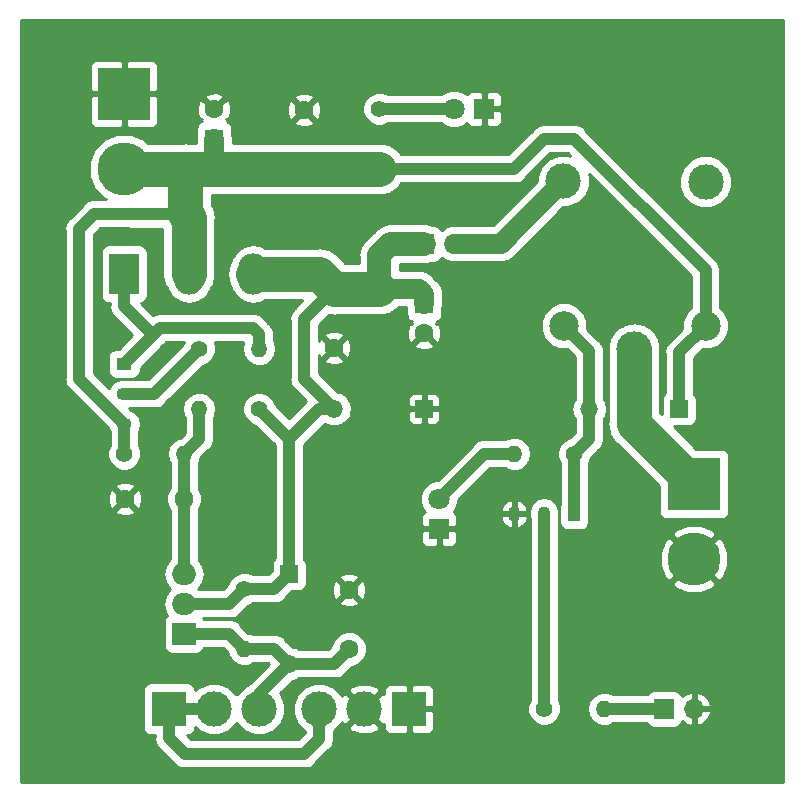
<source format=gbr>
G04 #@! TF.GenerationSoftware,KiCad,Pcbnew,5.0.2+dfsg1-1~bpo9+1*
G04 #@! TF.CreationDate,2019-07-05T17:02:56-03:00*
G04 #@! TF.ProjectId,FonteAssimetrica,466f6e74-6541-4737-9369-6d6574726963,rev?*
G04 #@! TF.SameCoordinates,PX196f3b0PY586a470*
G04 #@! TF.FileFunction,Copper,L2,Bot*
G04 #@! TF.FilePolarity,Positive*
%FSLAX46Y46*%
G04 Gerber Fmt 4.6, Leading zero omitted, Abs format (unit mm)*
G04 Created by KiCad (PCBNEW 5.0.2+dfsg1-1~bpo9+1) date Fri 05 Jul 2019 05:02:56 PM -03*
%MOMM*%
%LPD*%
G01*
G04 APERTURE LIST*
G04 #@! TA.AperFunction,ComponentPad*
%ADD10C,1.400000*%
G04 #@! TD*
G04 #@! TA.AperFunction,ComponentPad*
%ADD11O,1.400000X1.400000*%
G04 #@! TD*
G04 #@! TA.AperFunction,ComponentPad*
%ADD12R,1.300000X1.050000*%
G04 #@! TD*
G04 #@! TA.AperFunction,ComponentPad*
%ADD13O,1.300000X1.050000*%
G04 #@! TD*
G04 #@! TA.AperFunction,ComponentPad*
%ADD14O,1.050000X1.300000*%
G04 #@! TD*
G04 #@! TA.AperFunction,ComponentPad*
%ADD15R,1.050000X1.300000*%
G04 #@! TD*
G04 #@! TA.AperFunction,ComponentPad*
%ADD16R,1.500000X1.500000*%
G04 #@! TD*
G04 #@! TA.AperFunction,ComponentPad*
%ADD17O,1.500000X1.500000*%
G04 #@! TD*
G04 #@! TA.AperFunction,ComponentPad*
%ADD18R,1.800000X1.800000*%
G04 #@! TD*
G04 #@! TA.AperFunction,ComponentPad*
%ADD19C,1.800000*%
G04 #@! TD*
G04 #@! TA.AperFunction,ComponentPad*
%ADD20O,1.700000X1.700000*%
G04 #@! TD*
G04 #@! TA.AperFunction,ComponentPad*
%ADD21R,1.700000X1.700000*%
G04 #@! TD*
G04 #@! TA.AperFunction,ComponentPad*
%ADD22C,1.600000*%
G04 #@! TD*
G04 #@! TA.AperFunction,ComponentPad*
%ADD23R,1.600000X1.600000*%
G04 #@! TD*
G04 #@! TA.AperFunction,ComponentPad*
%ADD24C,4.500880*%
G04 #@! TD*
G04 #@! TA.AperFunction,ComponentPad*
%ADD25R,4.500880X4.500880*%
G04 #@! TD*
G04 #@! TA.AperFunction,ComponentPad*
%ADD26C,2.999740*%
G04 #@! TD*
G04 #@! TA.AperFunction,ComponentPad*
%ADD27R,2.999740X2.999740*%
G04 #@! TD*
G04 #@! TA.AperFunction,ComponentPad*
%ADD28R,2.500000X3.500000*%
G04 #@! TD*
G04 #@! TA.AperFunction,ComponentPad*
%ADD29O,2.500000X3.500000*%
G04 #@! TD*
G04 #@! TA.AperFunction,ComponentPad*
%ADD30O,2.000000X1.905000*%
G04 #@! TD*
G04 #@! TA.AperFunction,ComponentPad*
%ADD31R,2.000000X1.905000*%
G04 #@! TD*
G04 #@! TA.AperFunction,ComponentPad*
%ADD32C,2.500000*%
G04 #@! TD*
G04 #@! TA.AperFunction,ComponentPad*
%ADD33C,3.000000*%
G04 #@! TD*
G04 #@! TA.AperFunction,Conductor*
%ADD34C,1.000000*%
G04 #@! TD*
G04 #@! TA.AperFunction,Conductor*
%ADD35C,3.000000*%
G04 #@! TD*
G04 #@! TA.AperFunction,Conductor*
%ADD36C,1.700000*%
G04 #@! TD*
G04 #@! TA.AperFunction,Conductor*
%ADD37C,2.000000*%
G04 #@! TD*
G04 #@! TA.AperFunction,Conductor*
%ADD38C,0.254000*%
G04 #@! TD*
G04 APERTURE END LIST*
D10*
G04 #@! TO.P,R7,1*
G04 #@! TO.N,Net-(Q3-Pad2)*
X45720000Y7620000D03*
D11*
G04 #@! TO.P,R7,2*
G04 #@! TO.N,Net-(J3-Pad1)*
X50800000Y7620000D03*
G04 #@! TD*
D12*
G04 #@! TO.P,Q2,1*
G04 #@! TO.N,Net-(Q1-Pad1)*
X10160000Y36830000D03*
D13*
G04 #@! TO.P,Q2,3*
G04 #@! TO.N,VDC*
X10160000Y31750000D03*
G04 #@! TO.P,Q2,2*
G04 #@! TO.N,Net-(Q2-Pad2)*
X10160000Y34290000D03*
G04 #@! TD*
D14*
G04 #@! TO.P,Q3,2*
G04 #@! TO.N,Net-(Q3-Pad2)*
X45720000Y24130000D03*
G04 #@! TO.P,Q3,3*
G04 #@! TO.N,GND*
X43180000Y24130000D03*
D15*
G04 #@! TO.P,Q3,1*
G04 #@! TO.N,Net-(D4-Pad2)*
X48260000Y24130000D03*
G04 #@! TD*
D16*
G04 #@! TO.P,D4,1*
G04 #@! TO.N,VDC*
X57150000Y33020000D03*
D17*
G04 #@! TO.P,D4,2*
G04 #@! TO.N,Net-(D4-Pad2)*
X49530000Y33020000D03*
G04 #@! TD*
D18*
G04 #@! TO.P,D5,1*
G04 #@! TO.N,GND*
X36830000Y22860000D03*
D19*
G04 #@! TO.P,D5,2*
G04 #@! TO.N,Net-(D5-Pad2)*
X36830000Y25400000D03*
G04 #@! TD*
D10*
G04 #@! TO.P,R6,1*
G04 #@! TO.N,Net-(D4-Pad2)*
X48260000Y29210000D03*
D11*
G04 #@! TO.P,R6,2*
G04 #@! TO.N,Net-(D5-Pad2)*
X43180000Y29210000D03*
G04 #@! TD*
D20*
G04 #@! TO.P,JP1,2*
G04 #@! TO.N,Net-(JP1-Pad2)*
X38100000Y46990000D03*
D21*
G04 #@! TO.P,JP1,1*
G04 #@! TO.N,Vout*
X35560000Y46990000D03*
G04 #@! TD*
G04 #@! TO.P,J3,1*
G04 #@! TO.N,Net-(J3-Pad1)*
X55880000Y7620000D03*
D20*
G04 #@! TO.P,J3,2*
G04 #@! TO.N,GND*
X58420000Y7620000D03*
G04 #@! TD*
D22*
G04 #@! TO.P,C1,2*
G04 #@! TO.N,GND*
X17780000Y58380000D03*
D23*
G04 #@! TO.P,C1,1*
G04 #@! TO.N,VDC*
X17780000Y55880000D03*
G04 #@! TD*
G04 #@! TO.P,C5,1*
G04 #@! TO.N,Vout*
X35560000Y41910000D03*
D22*
G04 #@! TO.P,C5,2*
G04 #@! TO.N,GND*
X35560000Y39410000D03*
G04 #@! TD*
G04 #@! TO.P,C6,2*
G04 #@! TO.N,GND*
X29210000Y17700000D03*
G04 #@! TO.P,C6,1*
G04 #@! TO.N,Net-(C6-Pad1)*
X29210000Y12700000D03*
G04 #@! TD*
G04 #@! TO.P,C4,1*
G04 #@! TO.N,Vout*
X27940000Y43180000D03*
G04 #@! TO.P,C4,2*
G04 #@! TO.N,GND*
X27940000Y38180000D03*
G04 #@! TD*
G04 #@! TO.P,C3,1*
G04 #@! TO.N,Net-(C3-Pad1)*
X15240000Y25400000D03*
G04 #@! TO.P,C3,2*
G04 #@! TO.N,GND*
X10240000Y25400000D03*
G04 #@! TD*
G04 #@! TO.P,C2,2*
G04 #@! TO.N,GND*
X25400000Y58340000D03*
G04 #@! TO.P,C2,1*
G04 #@! TO.N,VDC*
X25400000Y53340000D03*
G04 #@! TD*
D24*
G04 #@! TO.P,J2,2*
G04 #@! TO.N,GND*
X58420000Y20320000D03*
D25*
G04 #@! TO.P,J2,1*
G04 #@! TO.N,Vl*
X58420000Y26670000D03*
G04 #@! TD*
G04 #@! TO.P,J1,1*
G04 #@! TO.N,GND*
X10160000Y59690000D03*
D24*
G04 #@! TO.P,J1,2*
G04 #@! TO.N,VDC*
X10160000Y53340000D03*
G04 #@! TD*
D26*
G04 #@! TO.P,RV1,3*
G04 #@! TO.N,Net-(C6-Pad1)*
X21590000Y7620000D03*
G04 #@! TO.P,RV1,2*
G04 #@! TO.N,Net-(RV1-Pad1)*
X17780000Y7620000D03*
D27*
G04 #@! TO.P,RV1,1*
X13970000Y7620000D03*
G04 #@! TD*
G04 #@! TO.P,RV2,1*
G04 #@! TO.N,GND*
X34290000Y7620000D03*
D26*
G04 #@! TO.P,RV2,2*
X30480000Y7620000D03*
G04 #@! TO.P,RV2,3*
G04 #@! TO.N,Net-(RV1-Pad1)*
X26670000Y7620000D03*
G04 #@! TD*
D17*
G04 #@! TO.P,D2,2*
G04 #@! TO.N,Net-(C6-Pad1)*
X24130000Y11430000D03*
D16*
G04 #@! TO.P,D2,1*
G04 #@! TO.N,Vout*
X24130000Y19050000D03*
G04 #@! TD*
G04 #@! TO.P,D3,1*
G04 #@! TO.N,GND*
X35560000Y33020000D03*
D17*
G04 #@! TO.P,D3,2*
G04 #@! TO.N,Vout*
X27940000Y33020000D03*
G04 #@! TD*
D19*
G04 #@! TO.P,D1,2*
G04 #@! TO.N,Net-(D1-Pad2)*
X38100000Y58420000D03*
D18*
G04 #@! TO.P,D1,1*
G04 #@! TO.N,GND*
X40640000Y58420000D03*
G04 #@! TD*
D28*
G04 #@! TO.P,Q1,1*
G04 #@! TO.N,Net-(Q1-Pad1)*
X10160000Y44450000D03*
D29*
G04 #@! TO.P,Q1,2*
G04 #@! TO.N,VDC*
X15635000Y44450000D03*
G04 #@! TO.P,Q1,3*
G04 #@! TO.N,Vout*
X21110000Y44450000D03*
G04 #@! TD*
D30*
G04 #@! TO.P,U1,3*
G04 #@! TO.N,Net-(C3-Pad1)*
X15240000Y19050000D03*
G04 #@! TO.P,U1,2*
G04 #@! TO.N,Vout*
X15240000Y16510000D03*
D31*
G04 #@! TO.P,U1,1*
G04 #@! TO.N,Net-(C6-Pad1)*
X15240000Y13970000D03*
G04 #@! TD*
D32*
G04 #@! TO.P,K1,2*
G04 #@! TO.N,VDC*
X59390000Y40050000D03*
D33*
G04 #@! TO.P,K1,3*
G04 #@! TO.N,Net-(K1-Pad3)*
X59390000Y52250000D03*
G04 #@! TO.P,K1,4*
G04 #@! TO.N,Net-(JP1-Pad2)*
X47340000Y52300000D03*
D32*
G04 #@! TO.P,K1,5*
G04 #@! TO.N,Net-(D4-Pad2)*
X47390000Y40050000D03*
D33*
G04 #@! TO.P,K1,1*
G04 #@! TO.N,Vl*
X53340000Y38100000D03*
G04 #@! TD*
D10*
G04 #@! TO.P,R5,1*
G04 #@! TO.N,Vout*
X20320000Y17780000D03*
D11*
G04 #@! TO.P,R5,2*
G04 #@! TO.N,Net-(C6-Pad1)*
X20320000Y12700000D03*
G04 #@! TD*
G04 #@! TO.P,R4,2*
G04 #@! TO.N,Net-(C3-Pad1)*
X15240000Y29210000D03*
D10*
G04 #@! TO.P,R4,1*
G04 #@! TO.N,VDC*
X10160000Y29210000D03*
G04 #@! TD*
G04 #@! TO.P,R3,1*
G04 #@! TO.N,Net-(Q2-Pad2)*
X16510000Y38100000D03*
D11*
G04 #@! TO.P,R3,2*
G04 #@! TO.N,Net-(C3-Pad1)*
X16510000Y33020000D03*
G04 #@! TD*
G04 #@! TO.P,R2,2*
G04 #@! TO.N,VDC*
X31750000Y53340000D03*
D10*
G04 #@! TO.P,R2,1*
G04 #@! TO.N,Net-(D1-Pad2)*
X31750000Y58420000D03*
G04 #@! TD*
G04 #@! TO.P,R1,1*
G04 #@! TO.N,Vout*
X21590000Y33020000D03*
D11*
G04 #@! TO.P,R1,2*
G04 #@! TO.N,Net-(Q1-Pad1)*
X21590000Y38100000D03*
G04 #@! TD*
D34*
G04 #@! TO.N,Net-(Q3-Pad2)*
X45720000Y24130000D02*
X45720000Y7620000D01*
G04 #@! TO.N,Net-(D4-Pad2)*
X49530000Y37910000D02*
X47390000Y40050000D01*
X49530000Y33020000D02*
X49530000Y37910000D01*
X48260000Y29210000D02*
X49530000Y30480000D01*
X49530000Y30480000D02*
X49530000Y33020000D01*
X48260000Y24130000D02*
X48260000Y29210000D01*
G04 #@! TO.N,Net-(Q1-Pad1)*
X21590000Y38100000D02*
X21590000Y39370000D01*
X21059999Y39900001D02*
X13230001Y39900001D01*
X21590000Y39370000D02*
X21059999Y39900001D01*
X12490000Y39370000D02*
X12700000Y39370000D01*
X10160000Y41700000D02*
X12490000Y39370000D01*
X10160000Y44450000D02*
X10160000Y41700000D01*
X12700000Y39370000D02*
X10160000Y36830000D01*
X13230001Y39900001D02*
X12700000Y39370000D01*
G04 #@! TO.N,VDC*
X57150000Y37810000D02*
X59390000Y40050000D01*
X57150000Y33020000D02*
X57150000Y37810000D01*
D35*
X10160000Y53340000D02*
X15340001Y53340000D01*
X25400000Y53340000D02*
X31750000Y53340000D01*
X15635000Y49200000D02*
X15340001Y49494999D01*
X15340001Y49494999D02*
X15340001Y53340000D01*
X15635000Y44450000D02*
X15635000Y49200000D01*
D34*
X10764997Y49494999D02*
X15340001Y49494999D01*
X10729996Y49530000D02*
X10764997Y49494999D01*
X7620000Y49530000D02*
X10729996Y49530000D01*
X6350000Y48260000D02*
X7620000Y49530000D01*
X6350000Y35560000D02*
X6350000Y48260000D01*
X31750000Y53340000D02*
X43180000Y53340000D01*
X48260000Y55880000D02*
X59390000Y44750000D01*
X43180000Y53340000D02*
X45720000Y55880000D01*
X59390000Y44750000D02*
X59390000Y40050000D01*
X45720000Y55880000D02*
X48260000Y55880000D01*
D36*
X17780000Y55880000D02*
X17780000Y53340000D01*
D35*
X17780000Y53340000D02*
X15340001Y53340000D01*
X25400000Y53340000D02*
X17780000Y53340000D01*
D34*
X10160000Y29210000D02*
X10160000Y31750000D01*
X6350000Y35560000D02*
X10160000Y31750000D01*
G04 #@! TO.N,Net-(D1-Pad2)*
X31750000Y58420000D02*
X38100000Y58420000D01*
G04 #@! TO.N,Net-(Q2-Pad2)*
X16510000Y38100000D02*
X12700000Y34290000D01*
X12700000Y34290000D02*
X10160000Y34290000D01*
G04 #@! TO.N,Net-(C3-Pad1)*
X15240000Y29210000D02*
X16510000Y30480000D01*
X16510000Y30480000D02*
X16510000Y33020000D01*
X15240000Y25400000D02*
X15240000Y29210000D01*
X15240000Y19050000D02*
X15240000Y25400000D01*
G04 #@! TO.N,Net-(C6-Pad1)*
X19050000Y13970000D02*
X20320000Y12700000D01*
X15240000Y13970000D02*
X19050000Y13970000D01*
X22860000Y12700000D02*
X24130000Y11430000D01*
X20320000Y12700000D02*
X22860000Y12700000D01*
X27940000Y11430000D02*
X29210000Y12700000D01*
X24130000Y11430000D02*
X27940000Y11430000D01*
X21590000Y8890000D02*
X24130000Y11430000D01*
X21590000Y7620000D02*
X21590000Y8890000D01*
G04 #@! TO.N,Net-(RV1-Pad1)*
X26670000Y5080000D02*
X26670000Y7620000D01*
X13970000Y5120130D02*
X15280130Y3810000D01*
X13970000Y7620000D02*
X13970000Y5120130D01*
X25400000Y3810000D02*
X26670000Y5080000D01*
X15280130Y3810000D02*
X25400000Y3810000D01*
X17780000Y7620000D02*
X13970000Y7620000D01*
G04 #@! TO.N,Vout*
X19050000Y16510000D02*
X20320000Y17780000D01*
X15240000Y16510000D02*
X19050000Y16510000D01*
X22860000Y17780000D02*
X24130000Y19050000D01*
X20320000Y17780000D02*
X22860000Y17780000D01*
X24130000Y30480000D02*
X21590000Y33020000D01*
X24130000Y19050000D02*
X24130000Y30480000D01*
X26670000Y33020000D02*
X24130000Y30480000D01*
X27940000Y33020000D02*
X26670000Y33020000D01*
X25400000Y40640000D02*
X27140001Y42380001D01*
X25400000Y35560000D02*
X25400000Y40640000D01*
X27140001Y42380001D02*
X27940000Y43180000D01*
X27940000Y33020000D02*
X25400000Y35560000D01*
D35*
X26670000Y44450000D02*
X27940000Y43180000D01*
X21110000Y44450000D02*
X26670000Y44450000D01*
X27940000Y43180000D02*
X29210000Y43180000D01*
D37*
X32710000Y46990000D02*
X31750000Y46030000D01*
X31750000Y46030000D02*
X31750000Y43180000D01*
X35560000Y46990000D02*
X32710000Y46990000D01*
D35*
X27940000Y43180000D02*
X31750000Y43180000D01*
D36*
X35560000Y42740002D02*
X35560000Y41910000D01*
X35120002Y43180000D02*
X35560000Y42740002D01*
X31750000Y43180000D02*
X35120002Y43180000D01*
D35*
G04 #@! TO.N,Vl*
X53340000Y31750000D02*
X53340000Y38100000D01*
X58420000Y26670000D02*
X53340000Y31750000D01*
D34*
G04 #@! TO.N,Net-(J3-Pad1)*
X50800000Y7620000D02*
X55880000Y7620000D01*
D36*
G04 #@! TO.N,Net-(JP1-Pad2)*
X42030000Y46990000D02*
X47340000Y52300000D01*
X38100000Y46990000D02*
X42030000Y46990000D01*
D34*
G04 #@! TO.N,Net-(D5-Pad2)*
X40640000Y29210000D02*
X36830000Y25400000D01*
X43180000Y29210000D02*
X40640000Y29210000D01*
G04 #@! TD*
D38*
G04 #@! TO.N,GND*
G36*
X65913000Y1397000D02*
X1397000Y1397000D01*
X1397000Y24392255D01*
X9411861Y24392255D01*
X9485995Y24146136D01*
X10023223Y23953035D01*
X10593454Y23980222D01*
X10994005Y24146136D01*
X11068139Y24392255D01*
X10240000Y25220395D01*
X9411861Y24392255D01*
X1397000Y24392255D01*
X1397000Y25616777D01*
X8793035Y25616777D01*
X8820222Y25046546D01*
X8986136Y24645995D01*
X9232255Y24571861D01*
X10060395Y25400000D01*
X10419605Y25400000D01*
X11247745Y24571861D01*
X11493864Y24645995D01*
X11686965Y25183223D01*
X11659778Y25753454D01*
X11493864Y26154005D01*
X11247745Y26228139D01*
X10419605Y25400000D01*
X10060395Y25400000D01*
X9232255Y26228139D01*
X8986136Y26154005D01*
X8793035Y25616777D01*
X1397000Y25616777D01*
X1397000Y26407745D01*
X9411861Y26407745D01*
X10240000Y25579605D01*
X11068139Y26407745D01*
X10994005Y26653864D01*
X10456777Y26846965D01*
X9886546Y26819778D01*
X9485995Y26653864D01*
X9411861Y26407745D01*
X1397000Y26407745D01*
X1397000Y48260000D01*
X5098963Y48260000D01*
X5123001Y48139153D01*
X5123000Y35680843D01*
X5098963Y35560000D01*
X5123000Y35439157D01*
X5123000Y35439154D01*
X5194192Y35081249D01*
X5465383Y34675383D01*
X5567833Y34606928D01*
X8841334Y31333426D01*
X8855642Y31261494D01*
X8933001Y31145718D01*
X8933000Y29976694D01*
X8733000Y29493848D01*
X8733000Y28926152D01*
X8950247Y28401669D01*
X9351669Y28000247D01*
X9876152Y27783000D01*
X10443848Y27783000D01*
X10968331Y28000247D01*
X11369753Y28401669D01*
X11587000Y28926152D01*
X11587000Y29493848D01*
X11387000Y29976693D01*
X11387000Y31145719D01*
X11464358Y31261494D01*
X11561528Y31750000D01*
X11464358Y32238506D01*
X11187642Y32652642D01*
X10773506Y32929358D01*
X10701574Y32943666D01*
X10582240Y33063000D01*
X12579157Y33063000D01*
X12700000Y33038963D01*
X12820843Y33063000D01*
X12820847Y33063000D01*
X13178752Y33134192D01*
X13584617Y33405383D01*
X13653072Y33507833D01*
X16835487Y36690248D01*
X17318331Y36890247D01*
X17719753Y37291669D01*
X17937000Y37816152D01*
X17937000Y38383848D01*
X17817229Y38673001D01*
X20256629Y38673001D01*
X20245796Y38656788D01*
X20135044Y38100000D01*
X20245796Y37543212D01*
X20561191Y37071191D01*
X21033212Y36755796D01*
X21449456Y36673000D01*
X21730544Y36673000D01*
X22146788Y36755796D01*
X22618809Y37071191D01*
X22934204Y37543212D01*
X23044956Y38100000D01*
X22934204Y38656788D01*
X22817000Y38832196D01*
X22817000Y39249157D01*
X22841037Y39370000D01*
X22817000Y39490843D01*
X22817000Y39490847D01*
X22745808Y39848752D01*
X22611338Y40050000D01*
X22543072Y40152168D01*
X22543070Y40152170D01*
X22474617Y40254617D01*
X22372169Y40323071D01*
X22013071Y40682169D01*
X21944616Y40784618D01*
X21538751Y41055809D01*
X21180846Y41127001D01*
X21180842Y41127001D01*
X21059999Y41151038D01*
X20939156Y41127001D01*
X13350844Y41127001D01*
X13230001Y41151038D01*
X13109158Y41127001D01*
X13109154Y41127001D01*
X12751249Y41055809D01*
X12624274Y40970967D01*
X11598906Y41996334D01*
X11693661Y42015182D01*
X11934137Y42175863D01*
X12094818Y42416339D01*
X12151242Y42700000D01*
X12151242Y46200000D01*
X12094818Y46483661D01*
X11934137Y46724137D01*
X11693661Y46884818D01*
X11410000Y46941242D01*
X8910000Y46941242D01*
X8626339Y46884818D01*
X8385863Y46724137D01*
X8225182Y46483661D01*
X8168758Y46200000D01*
X8168758Y42700000D01*
X8225182Y42416339D01*
X8385863Y42175863D01*
X8626339Y42015182D01*
X8910000Y41958758D01*
X8933001Y41958758D01*
X8933001Y41820847D01*
X8908963Y41700000D01*
X9004192Y41221250D01*
X9004193Y41221249D01*
X9004193Y41221248D01*
X9051106Y41151038D01*
X9206929Y40917832D01*
X9206931Y40917830D01*
X9275384Y40815383D01*
X9377831Y40746930D01*
X10859760Y39265000D01*
X9691003Y38096242D01*
X9510000Y38096242D01*
X9226339Y38039818D01*
X8985863Y37879137D01*
X8825182Y37638661D01*
X8768758Y37355000D01*
X8768758Y36305000D01*
X8825182Y36021339D01*
X8985863Y35780863D01*
X9226339Y35620182D01*
X9510000Y35563758D01*
X10810000Y35563758D01*
X11093661Y35620182D01*
X11334137Y35780863D01*
X11494818Y36021339D01*
X11551242Y36305000D01*
X11551242Y36486003D01*
X13482170Y38416930D01*
X13584617Y38485383D01*
X13653072Y38587832D01*
X13738240Y38673001D01*
X15202771Y38673001D01*
X15100248Y38425487D01*
X12191761Y35517000D01*
X10533993Y35517000D01*
X10408310Y35542000D01*
X9911690Y35542000D01*
X9546494Y35469358D01*
X9132358Y35192642D01*
X8860085Y34785155D01*
X7577000Y36068239D01*
X7577000Y47751761D01*
X8128240Y48303000D01*
X10468189Y48303000D01*
X10644150Y48267999D01*
X10644154Y48267999D01*
X10764997Y48243962D01*
X10885840Y48267999D01*
X13408001Y48267999D01*
X13408000Y44230663D01*
X13537212Y43581069D01*
X13758542Y43249825D01*
X13772707Y43178613D01*
X14209664Y42524663D01*
X14863614Y42087707D01*
X15635000Y41934269D01*
X16406387Y42087707D01*
X17060337Y42524663D01*
X17497293Y43178613D01*
X17511458Y43249824D01*
X17732788Y43581068D01*
X17862000Y44230662D01*
X17862000Y48980662D01*
X17905629Y49200000D01*
X17732788Y50068932D01*
X17567001Y50317049D01*
X17567001Y51113000D01*
X31969338Y51113000D01*
X32618932Y51242212D01*
X33355577Y51734423D01*
X33608534Y52113000D01*
X43059157Y52113000D01*
X43180000Y52088963D01*
X43300843Y52113000D01*
X43300847Y52113000D01*
X43658752Y52184192D01*
X44064617Y52455383D01*
X44133072Y52557833D01*
X46228240Y54653000D01*
X47751761Y54653000D01*
X47944782Y54459978D01*
X47782978Y54527000D01*
X46897022Y54527000D01*
X46078506Y54187960D01*
X45452040Y53561494D01*
X45113000Y52742978D01*
X45113000Y52303215D01*
X41376786Y48567000D01*
X37944681Y48567000D01*
X37484685Y48475501D01*
X37052625Y48186807D01*
X36934137Y48364137D01*
X36693661Y48524818D01*
X36410000Y48581242D01*
X36287055Y48581242D01*
X36233842Y48616798D01*
X35730091Y48717000D01*
X32880090Y48717000D01*
X32709999Y48750833D01*
X32539909Y48717000D01*
X32036158Y48616798D01*
X31464903Y48235097D01*
X31368550Y48090895D01*
X30649105Y47371450D01*
X30504903Y47275097D01*
X30136763Y46724137D01*
X30123202Y46703841D01*
X29989167Y46030000D01*
X30023000Y45859909D01*
X30023000Y45407000D01*
X28862453Y45407000D01*
X28399823Y45869630D01*
X28275577Y46055577D01*
X27538932Y46547788D01*
X26889338Y46677000D01*
X26889333Y46677000D01*
X26670000Y46720628D01*
X26450667Y46677000D01*
X22083866Y46677000D01*
X21881386Y46812293D01*
X21110000Y46965731D01*
X20338613Y46812293D01*
X19684663Y46375337D01*
X19247707Y45721386D01*
X19233543Y45650176D01*
X19012212Y45318932D01*
X18839371Y44450000D01*
X19012212Y43581068D01*
X19233542Y43249824D01*
X19247707Y43178613D01*
X19684664Y42524663D01*
X20338614Y42087707D01*
X21110000Y41934269D01*
X21881387Y42087707D01*
X22083867Y42223000D01*
X25247761Y42223000D01*
X24617831Y41593070D01*
X24515384Y41524617D01*
X24446931Y41422170D01*
X24446929Y41422168D01*
X24444924Y41419167D01*
X24251017Y41128964D01*
X24244192Y41118750D01*
X24148963Y40640000D01*
X24173001Y40519153D01*
X24173000Y35680843D01*
X24148963Y35560000D01*
X24173000Y35439157D01*
X24173000Y35439154D01*
X24244192Y35081249D01*
X24515383Y34675383D01*
X24617833Y34606928D01*
X25569760Y33655000D01*
X24130000Y32215240D01*
X22999753Y33345486D01*
X22799753Y33828331D01*
X22398331Y34229753D01*
X21873848Y34447000D01*
X21306152Y34447000D01*
X20781669Y34229753D01*
X20380247Y33828331D01*
X20163000Y33303848D01*
X20163000Y32736152D01*
X20380247Y32211669D01*
X20781669Y31810247D01*
X21264514Y31610247D01*
X22903001Y29971759D01*
X22903000Y20355633D01*
X22855863Y20324137D01*
X22695182Y20083661D01*
X22638758Y19800000D01*
X22638758Y19293998D01*
X22351761Y19007000D01*
X21086693Y19007000D01*
X20603848Y19207000D01*
X20036152Y19207000D01*
X19511669Y18989753D01*
X19110247Y18588331D01*
X18910247Y18105487D01*
X18541761Y17737000D01*
X16474185Y17737000D01*
X16409831Y17780000D01*
X16498352Y17839148D01*
X16869554Y18394692D01*
X16999903Y19050000D01*
X16869554Y19705308D01*
X16498352Y20260852D01*
X16467000Y20281801D01*
X16467000Y24467496D01*
X16534528Y24535024D01*
X16767000Y25096261D01*
X16767000Y25703739D01*
X16534528Y26264976D01*
X16467000Y26332504D01*
X16467000Y28477804D01*
X16584204Y28653212D01*
X16625361Y28860121D01*
X17292170Y29526930D01*
X17394617Y29595383D01*
X17509147Y29766788D01*
X17665808Y30001248D01*
X17694287Y30144423D01*
X17737000Y30359153D01*
X17737000Y30359156D01*
X17761037Y30479999D01*
X17737000Y30600842D01*
X17737000Y32287804D01*
X17854204Y32463212D01*
X17964956Y33020000D01*
X17854204Y33576788D01*
X17538809Y34048809D01*
X17066788Y34364204D01*
X16650544Y34447000D01*
X16369456Y34447000D01*
X15953212Y34364204D01*
X15481191Y34048809D01*
X15165796Y33576788D01*
X15055044Y33020000D01*
X15165796Y32463212D01*
X15283001Y32287803D01*
X15283000Y30988240D01*
X14890121Y30595361D01*
X14683212Y30554204D01*
X14211191Y30238809D01*
X13895796Y29766788D01*
X13785044Y29210000D01*
X13895796Y28653212D01*
X14013001Y28477803D01*
X14013000Y26332504D01*
X13945472Y26264976D01*
X13713000Y25703739D01*
X13713000Y25096261D01*
X13945472Y24535024D01*
X14013001Y24467495D01*
X14013000Y20281801D01*
X13981648Y20260852D01*
X13610446Y19705308D01*
X13480097Y19050000D01*
X13610446Y18394692D01*
X13981648Y17839148D01*
X14070169Y17780000D01*
X13981648Y17720852D01*
X13610446Y17165308D01*
X13480097Y16510000D01*
X13610446Y15854692D01*
X13831480Y15523890D01*
X13715863Y15446637D01*
X13555182Y15206161D01*
X13498758Y14922500D01*
X13498758Y13017500D01*
X13555182Y12733839D01*
X13715863Y12493363D01*
X13956339Y12332682D01*
X14240000Y12276258D01*
X16240000Y12276258D01*
X16523661Y12332682D01*
X16764137Y12493363D01*
X16924818Y12733839D01*
X16926640Y12743000D01*
X18541761Y12743000D01*
X18934639Y12350121D01*
X18975796Y12143212D01*
X19291191Y11671191D01*
X19763212Y11355796D01*
X20179456Y11273000D01*
X20460544Y11273000D01*
X20876788Y11355796D01*
X21052196Y11473000D01*
X22351761Y11473000D01*
X22394761Y11430000D01*
X20807831Y9843070D01*
X20705384Y9774617D01*
X20636930Y9672169D01*
X20636929Y9672168D01*
X20603119Y9621567D01*
X20328579Y9507849D01*
X19702151Y8881421D01*
X19685000Y8840015D01*
X19667849Y8881421D01*
X19041421Y9507849D01*
X18222952Y9846870D01*
X17337048Y9846870D01*
X16518579Y9507849D01*
X16197754Y9187024D01*
X16154688Y9403531D01*
X15994007Y9644007D01*
X15753531Y9804688D01*
X15469870Y9861112D01*
X12470130Y9861112D01*
X12186469Y9804688D01*
X11945993Y9644007D01*
X11785312Y9403531D01*
X11728888Y9119870D01*
X11728888Y6120130D01*
X11785312Y5836469D01*
X11945993Y5595993D01*
X12186469Y5435312D01*
X12470130Y5378888D01*
X12743001Y5378888D01*
X12743001Y5240977D01*
X12718963Y5120130D01*
X12814192Y4641380D01*
X12814193Y4641379D01*
X12814193Y4641378D01*
X12847074Y4592168D01*
X13016929Y4337962D01*
X13016931Y4337960D01*
X13085384Y4235513D01*
X13187831Y4167060D01*
X14327061Y3027828D01*
X14395513Y2925383D01*
X14497957Y2856932D01*
X14497961Y2856928D01*
X14696451Y2724302D01*
X14801378Y2654192D01*
X15159283Y2583000D01*
X15159287Y2583000D01*
X15280130Y2558963D01*
X15400973Y2583000D01*
X25279157Y2583000D01*
X25400000Y2558963D01*
X25520843Y2583000D01*
X25520847Y2583000D01*
X25878752Y2654192D01*
X26284617Y2925383D01*
X26353072Y3027833D01*
X27452170Y4126930D01*
X27554617Y4195383D01*
X27649886Y4337962D01*
X27825808Y4601248D01*
X27844380Y4694617D01*
X27897000Y4959153D01*
X27897000Y4959156D01*
X27921037Y5079999D01*
X27897000Y5200842D01*
X27897000Y5717893D01*
X27931421Y5732151D01*
X28305393Y6106123D01*
X29145728Y6106123D01*
X29305495Y5787368D01*
X30096217Y5477405D01*
X30945366Y5493633D01*
X31654505Y5787368D01*
X31814272Y6106123D01*
X30480000Y7440395D01*
X29145728Y6106123D01*
X28305393Y6106123D01*
X28557849Y6358579D01*
X28620609Y6510096D01*
X28647368Y6445495D01*
X28966123Y6285728D01*
X30300395Y7620000D01*
X30659605Y7620000D01*
X31993877Y6285728D01*
X32155130Y6366552D01*
X32155130Y5993820D01*
X32251803Y5760431D01*
X32430432Y5581803D01*
X32663821Y5485130D01*
X34004250Y5485130D01*
X34163000Y5643880D01*
X34163000Y7493000D01*
X34417000Y7493000D01*
X34417000Y5643880D01*
X34575750Y5485130D01*
X35916179Y5485130D01*
X36149568Y5581803D01*
X36328197Y5760431D01*
X36424870Y5993820D01*
X36424870Y7334250D01*
X36266120Y7493000D01*
X34417000Y7493000D01*
X34163000Y7493000D01*
X34143000Y7493000D01*
X34143000Y7747000D01*
X34163000Y7747000D01*
X34163000Y9596120D01*
X34417000Y9596120D01*
X34417000Y7747000D01*
X36266120Y7747000D01*
X36422968Y7903848D01*
X44293000Y7903848D01*
X44293000Y7336152D01*
X44510247Y6811669D01*
X44911669Y6410247D01*
X45436152Y6193000D01*
X46003848Y6193000D01*
X46528331Y6410247D01*
X46929753Y6811669D01*
X47147000Y7336152D01*
X47147000Y7620000D01*
X49345044Y7620000D01*
X49455796Y7063212D01*
X49771191Y6591191D01*
X50243212Y6275796D01*
X50659456Y6193000D01*
X50940544Y6193000D01*
X51356788Y6275796D01*
X51532196Y6393000D01*
X54407549Y6393000D01*
X54505863Y6245863D01*
X54746339Y6085182D01*
X55030000Y6028758D01*
X56730000Y6028758D01*
X57013661Y6085182D01*
X57254137Y6245863D01*
X57414818Y6486339D01*
X57428146Y6553342D01*
X57653076Y6348355D01*
X58063110Y6178524D01*
X58293000Y6299845D01*
X58293000Y7493000D01*
X58547000Y7493000D01*
X58547000Y6299845D01*
X58776890Y6178524D01*
X59186924Y6348355D01*
X59615183Y6738642D01*
X59861486Y7263108D01*
X59740819Y7493000D01*
X58547000Y7493000D01*
X58293000Y7493000D01*
X58273000Y7493000D01*
X58273000Y7747000D01*
X58293000Y7747000D01*
X58293000Y8940155D01*
X58547000Y8940155D01*
X58547000Y7747000D01*
X59740819Y7747000D01*
X59861486Y7976892D01*
X59615183Y8501358D01*
X59186924Y8891645D01*
X58776890Y9061476D01*
X58547000Y8940155D01*
X58293000Y8940155D01*
X58063110Y9061476D01*
X57653076Y8891645D01*
X57428146Y8686658D01*
X57414818Y8753661D01*
X57254137Y8994137D01*
X57013661Y9154818D01*
X56730000Y9211242D01*
X55030000Y9211242D01*
X54746339Y9154818D01*
X54505863Y8994137D01*
X54407549Y8847000D01*
X51532196Y8847000D01*
X51356788Y8964204D01*
X50940544Y9047000D01*
X50659456Y9047000D01*
X50243212Y8964204D01*
X49771191Y8648809D01*
X49455796Y8176788D01*
X49345044Y7620000D01*
X47147000Y7620000D01*
X47147000Y7903848D01*
X46947000Y8386693D01*
X46947000Y18264214D01*
X56543819Y18264214D01*
X56795111Y17867467D01*
X57857342Y17432336D01*
X59005233Y17436827D01*
X60044889Y17867467D01*
X60296181Y18264214D01*
X58420000Y20140395D01*
X56543819Y18264214D01*
X46947000Y18264214D01*
X46947000Y20882658D01*
X55532336Y20882658D01*
X55536827Y19734767D01*
X55967467Y18695111D01*
X56364214Y18443819D01*
X58240395Y20320000D01*
X58599605Y20320000D01*
X60475786Y18443819D01*
X60872533Y18695111D01*
X61307664Y19757342D01*
X61303173Y20905233D01*
X60872533Y21944889D01*
X60475786Y22196181D01*
X58599605Y20320000D01*
X58240395Y20320000D01*
X56364214Y22196181D01*
X55967467Y21944889D01*
X55532336Y20882658D01*
X46947000Y20882658D01*
X46947000Y22375786D01*
X56543819Y22375786D01*
X58420000Y20499605D01*
X60296181Y22375786D01*
X60044889Y22772533D01*
X58982658Y23207664D01*
X57834767Y23203173D01*
X56795111Y22772533D01*
X56543819Y22375786D01*
X46947000Y22375786D01*
X46947000Y23756008D01*
X46972000Y23881691D01*
X46972000Y24378310D01*
X46899358Y24743506D01*
X46622642Y25157642D01*
X46208505Y25434358D01*
X45720000Y25531528D01*
X45231494Y25434358D01*
X44817358Y25157642D01*
X44540642Y24743505D01*
X44468000Y24378309D01*
X44468000Y23881690D01*
X44493000Y23756006D01*
X44493001Y8386695D01*
X44293000Y7903848D01*
X36422968Y7903848D01*
X36424870Y7905750D01*
X36424870Y9246180D01*
X36328197Y9479569D01*
X36149568Y9658197D01*
X35916179Y9754870D01*
X34575750Y9754870D01*
X34417000Y9596120D01*
X34163000Y9596120D01*
X34004250Y9754870D01*
X32663821Y9754870D01*
X32430432Y9658197D01*
X32251803Y9479569D01*
X32155130Y9246180D01*
X32155130Y8873448D01*
X31993877Y8954272D01*
X30659605Y7620000D01*
X30300395Y7620000D01*
X28966123Y8954272D01*
X28647368Y8794505D01*
X28621347Y8728124D01*
X28557849Y8881421D01*
X28305393Y9133877D01*
X29145728Y9133877D01*
X30480000Y7799605D01*
X31814272Y9133877D01*
X31654505Y9452632D01*
X30863783Y9762595D01*
X30014634Y9746367D01*
X29305495Y9452632D01*
X29145728Y9133877D01*
X28305393Y9133877D01*
X27931421Y9507849D01*
X27112952Y9846870D01*
X26227048Y9846870D01*
X25408579Y9507849D01*
X24782151Y8881421D01*
X24443130Y8062952D01*
X24443130Y7177048D01*
X24782151Y6358579D01*
X25408579Y5732151D01*
X25443000Y5717893D01*
X25443000Y5588240D01*
X24891761Y5037000D01*
X15788370Y5037000D01*
X15446482Y5378888D01*
X15469870Y5378888D01*
X15753531Y5435312D01*
X15994007Y5595993D01*
X16154688Y5836469D01*
X16197754Y6052976D01*
X16518579Y5732151D01*
X17337048Y5393130D01*
X18222952Y5393130D01*
X19041421Y5732151D01*
X19667849Y6358579D01*
X19685000Y6399985D01*
X19702151Y6358579D01*
X20328579Y5732151D01*
X21147048Y5393130D01*
X22032952Y5393130D01*
X22851421Y5732151D01*
X23477849Y6358579D01*
X23816870Y7177048D01*
X23816870Y8062952D01*
X23477849Y8881421D01*
X23397255Y8962015D01*
X24416241Y9981001D01*
X24706297Y10038697D01*
X24952195Y10203000D01*
X27819157Y10203000D01*
X27940000Y10178963D01*
X28060843Y10203000D01*
X28060847Y10203000D01*
X28418752Y10274192D01*
X28824617Y10545383D01*
X28893072Y10647833D01*
X29418239Y11173000D01*
X29513739Y11173000D01*
X30074976Y11405472D01*
X30504528Y11835024D01*
X30737000Y12396261D01*
X30737000Y13003739D01*
X30504528Y13564976D01*
X30074976Y13994528D01*
X29513739Y14227000D01*
X28906261Y14227000D01*
X28345024Y13994528D01*
X27915472Y13564976D01*
X27683000Y13003739D01*
X27683000Y12908239D01*
X27431761Y12657000D01*
X24952195Y12657000D01*
X24706297Y12821303D01*
X24416240Y12878999D01*
X23813072Y13482167D01*
X23744617Y13584617D01*
X23338752Y13855808D01*
X22980847Y13927000D01*
X22980843Y13927000D01*
X22860000Y13951037D01*
X22739157Y13927000D01*
X21052196Y13927000D01*
X20876788Y14044204D01*
X20669879Y14085361D01*
X20003072Y14752167D01*
X19934617Y14854617D01*
X19528752Y15125808D01*
X19170847Y15197000D01*
X19170843Y15197000D01*
X19050000Y15221037D01*
X18929157Y15197000D01*
X16926640Y15197000D01*
X16924818Y15206161D01*
X16873476Y15283000D01*
X18929157Y15283000D01*
X19050000Y15258963D01*
X19170843Y15283000D01*
X19170847Y15283000D01*
X19528752Y15354192D01*
X19934617Y15625383D01*
X20003072Y15727833D01*
X20645487Y16370247D01*
X21086693Y16553000D01*
X22739157Y16553000D01*
X22860000Y16528963D01*
X22980843Y16553000D01*
X22980847Y16553000D01*
X23338752Y16624192D01*
X23440615Y16692255D01*
X28381861Y16692255D01*
X28455995Y16446136D01*
X28993223Y16253035D01*
X29563454Y16280222D01*
X29964005Y16446136D01*
X30038139Y16692255D01*
X29210000Y17520395D01*
X28381861Y16692255D01*
X23440615Y16692255D01*
X23744617Y16895383D01*
X23813072Y16997833D01*
X24373998Y17558758D01*
X24880000Y17558758D01*
X25163661Y17615182D01*
X25404137Y17775863D01*
X25498292Y17916777D01*
X27763035Y17916777D01*
X27790222Y17346546D01*
X27956136Y16945995D01*
X28202255Y16871861D01*
X29030395Y17700000D01*
X29389605Y17700000D01*
X30217745Y16871861D01*
X30463864Y16945995D01*
X30656965Y17483223D01*
X30629778Y18053454D01*
X30463864Y18454005D01*
X30217745Y18528139D01*
X29389605Y17700000D01*
X29030395Y17700000D01*
X28202255Y18528139D01*
X27956136Y18454005D01*
X27763035Y17916777D01*
X25498292Y17916777D01*
X25564818Y18016339D01*
X25621242Y18300000D01*
X25621242Y18707745D01*
X28381861Y18707745D01*
X29210000Y17879605D01*
X30038139Y18707745D01*
X29964005Y18953864D01*
X29426777Y19146965D01*
X28856546Y19119778D01*
X28455995Y18953864D01*
X28381861Y18707745D01*
X25621242Y18707745D01*
X25621242Y19800000D01*
X25564818Y20083661D01*
X25404137Y20324137D01*
X25357000Y20355633D01*
X25357000Y22574250D01*
X35295000Y22574250D01*
X35295000Y21833691D01*
X35391673Y21600302D01*
X35570301Y21421673D01*
X35803690Y21325000D01*
X36544250Y21325000D01*
X36703000Y21483750D01*
X36703000Y22733000D01*
X36957000Y22733000D01*
X36957000Y21483750D01*
X37115750Y21325000D01*
X37856310Y21325000D01*
X38089699Y21421673D01*
X38268327Y21600302D01*
X38365000Y21833691D01*
X38365000Y22574250D01*
X38206250Y22733000D01*
X36957000Y22733000D01*
X36703000Y22733000D01*
X35453750Y22733000D01*
X35295000Y22574250D01*
X25357000Y22574250D01*
X25357000Y25723630D01*
X35203000Y25723630D01*
X35203000Y25076370D01*
X35450696Y24478378D01*
X35613043Y24316031D01*
X35570301Y24298327D01*
X35391673Y24119698D01*
X35295000Y23886309D01*
X35295000Y23145750D01*
X35453750Y22987000D01*
X36703000Y22987000D01*
X36703000Y23007000D01*
X36957000Y23007000D01*
X36957000Y22987000D01*
X38206250Y22987000D01*
X38365000Y23145750D01*
X38365000Y23821578D01*
X42034702Y23821578D01*
X42192075Y23397254D01*
X42499851Y23065453D01*
X42874190Y22886036D01*
X43053000Y23011837D01*
X43053000Y24003000D01*
X43307000Y24003000D01*
X43307000Y23011837D01*
X43485810Y22886036D01*
X43860149Y23065453D01*
X44167925Y23397254D01*
X44325298Y23821578D01*
X44181141Y24003000D01*
X43307000Y24003000D01*
X43053000Y24003000D01*
X42178859Y24003000D01*
X42034702Y23821578D01*
X38365000Y23821578D01*
X38365000Y23886309D01*
X38268327Y24119698D01*
X38089699Y24298327D01*
X38046957Y24316031D01*
X38169348Y24438422D01*
X42034702Y24438422D01*
X42178859Y24257000D01*
X43053000Y24257000D01*
X43053000Y25248163D01*
X43307000Y25248163D01*
X43307000Y24257000D01*
X44181141Y24257000D01*
X44325298Y24438422D01*
X44167925Y24862746D01*
X43860149Y25194547D01*
X43485810Y25373964D01*
X43307000Y25248163D01*
X43053000Y25248163D01*
X42874190Y25373964D01*
X42499851Y25194547D01*
X42192075Y24862746D01*
X42034702Y24438422D01*
X38169348Y24438422D01*
X38209304Y24478378D01*
X38457000Y25076370D01*
X38457000Y25291761D01*
X41148240Y27983000D01*
X42447804Y27983000D01*
X42623212Y27865796D01*
X43039456Y27783000D01*
X43320544Y27783000D01*
X43736788Y27865796D01*
X44208809Y28181191D01*
X44524204Y28653212D01*
X44634956Y29210000D01*
X44524204Y29766788D01*
X44208809Y30238809D01*
X43736788Y30554204D01*
X43320544Y30637000D01*
X43039456Y30637000D01*
X42623212Y30554204D01*
X42447804Y30437000D01*
X40760843Y30437000D01*
X40640000Y30461037D01*
X40519157Y30437000D01*
X40519153Y30437000D01*
X40161248Y30365808D01*
X39755383Y30094617D01*
X39686930Y29992170D01*
X36721761Y27027000D01*
X36506370Y27027000D01*
X35908378Y26779304D01*
X35450696Y26321622D01*
X35203000Y25723630D01*
X25357000Y25723630D01*
X25357000Y29971761D01*
X27154033Y31768793D01*
X27363703Y31628697D01*
X27794529Y31543000D01*
X28085471Y31543000D01*
X28516297Y31628697D01*
X29004858Y31955142D01*
X29331303Y32443703D01*
X29389096Y32734250D01*
X34175000Y32734250D01*
X34175000Y32143690D01*
X34271673Y31910301D01*
X34450302Y31731673D01*
X34683691Y31635000D01*
X35274250Y31635000D01*
X35433000Y31793750D01*
X35433000Y32893000D01*
X35687000Y32893000D01*
X35687000Y31793750D01*
X35845750Y31635000D01*
X36436309Y31635000D01*
X36669698Y31731673D01*
X36848327Y31910301D01*
X36945000Y32143690D01*
X36945000Y32734250D01*
X36786250Y32893000D01*
X35687000Y32893000D01*
X35433000Y32893000D01*
X34333750Y32893000D01*
X34175000Y32734250D01*
X29389096Y32734250D01*
X29445936Y33020000D01*
X29331303Y33596297D01*
X29130842Y33896310D01*
X34175000Y33896310D01*
X34175000Y33305750D01*
X34333750Y33147000D01*
X35433000Y33147000D01*
X35433000Y34246250D01*
X35687000Y34246250D01*
X35687000Y33147000D01*
X36786250Y33147000D01*
X36945000Y33305750D01*
X36945000Y33896310D01*
X36848327Y34129699D01*
X36669698Y34308327D01*
X36436309Y34405000D01*
X35845750Y34405000D01*
X35687000Y34246250D01*
X35433000Y34246250D01*
X35274250Y34405000D01*
X34683691Y34405000D01*
X34450302Y34308327D01*
X34271673Y34129699D01*
X34175000Y33896310D01*
X29130842Y33896310D01*
X29004858Y34084858D01*
X28516297Y34411303D01*
X28226241Y34468999D01*
X26627000Y36068239D01*
X26627000Y37172255D01*
X27111861Y37172255D01*
X27185995Y36926136D01*
X27723223Y36733035D01*
X28293454Y36760222D01*
X28694005Y36926136D01*
X28768139Y37172255D01*
X27940000Y38000395D01*
X27111861Y37172255D01*
X26627000Y37172255D01*
X26627000Y37568762D01*
X26686136Y37425995D01*
X26932255Y37351861D01*
X27760395Y38180000D01*
X28119605Y38180000D01*
X28947745Y37351861D01*
X29193864Y37425995D01*
X29386965Y37963223D01*
X29366034Y38402255D01*
X34731861Y38402255D01*
X34805995Y38156136D01*
X35343223Y37963035D01*
X35913454Y37990222D01*
X36314005Y38156136D01*
X36388139Y38402255D01*
X35560000Y39230395D01*
X34731861Y38402255D01*
X29366034Y38402255D01*
X29359778Y38533454D01*
X29193864Y38934005D01*
X28947745Y39008139D01*
X28119605Y38180000D01*
X27760395Y38180000D01*
X26932255Y39008139D01*
X26686136Y38934005D01*
X26627000Y38769482D01*
X26627000Y39187745D01*
X27111861Y39187745D01*
X27940000Y38359605D01*
X28768139Y39187745D01*
X28694005Y39433864D01*
X28156777Y39626965D01*
X27586546Y39599778D01*
X27185995Y39433864D01*
X27111861Y39187745D01*
X26627000Y39187745D01*
X26627000Y40131761D01*
X27493437Y40998198D01*
X27720662Y40953000D01*
X27720666Y40953000D01*
X27939999Y40909372D01*
X28159332Y40953000D01*
X31969338Y40953000D01*
X32618932Y41082212D01*
X33355577Y41574423D01*
X33374672Y41603000D01*
X34013171Y41603000D01*
X34018758Y41574914D01*
X34018758Y41110000D01*
X34075182Y40826339D01*
X34235863Y40585863D01*
X34476339Y40425182D01*
X34504037Y40419673D01*
X34437378Y40353014D01*
X34552253Y40238139D01*
X34306136Y40164005D01*
X34113035Y39626777D01*
X34140222Y39056546D01*
X34306136Y38655995D01*
X34552255Y38581861D01*
X35380395Y39410000D01*
X35366252Y39424142D01*
X35545858Y39603748D01*
X35560000Y39589605D01*
X35574142Y39603748D01*
X35753748Y39424142D01*
X35739605Y39410000D01*
X36567745Y38581861D01*
X36813864Y38655995D01*
X37006965Y39193223D01*
X36979778Y39763454D01*
X36813864Y40164005D01*
X36567747Y40238139D01*
X36682622Y40353014D01*
X36615963Y40419673D01*
X36643661Y40425182D01*
X36670701Y40443250D01*
X45413000Y40443250D01*
X45413000Y39656750D01*
X45713980Y38930119D01*
X46270119Y38373980D01*
X46996750Y38073000D01*
X47631760Y38073000D01*
X48303001Y37401759D01*
X48303000Y33842195D01*
X48138697Y33596297D01*
X48024064Y33020000D01*
X48138697Y32443703D01*
X48303001Y32197804D01*
X48303000Y30988240D01*
X47934513Y30619753D01*
X47451669Y30419753D01*
X47050247Y30018331D01*
X46833000Y29493848D01*
X46833000Y28926152D01*
X47033001Y28443305D01*
X47033000Y24977283D01*
X46993758Y24780000D01*
X46993758Y23480000D01*
X47050182Y23196339D01*
X47210863Y22955863D01*
X47451339Y22795182D01*
X47735000Y22738758D01*
X48785000Y22738758D01*
X49068661Y22795182D01*
X49309137Y22955863D01*
X49469818Y23196339D01*
X49526242Y23480000D01*
X49526242Y24780000D01*
X49487000Y24977282D01*
X49487000Y28443307D01*
X49669753Y28884513D01*
X50312170Y29526930D01*
X50414617Y29595383D01*
X50529147Y29766788D01*
X50685808Y30001248D01*
X50714287Y30144423D01*
X50757000Y30359153D01*
X50757000Y30359156D01*
X50781037Y30479999D01*
X50757000Y30600842D01*
X50757000Y32197805D01*
X50921303Y32443703D01*
X51035936Y33020000D01*
X50921303Y33596297D01*
X50757000Y33842195D01*
X50757000Y37789158D01*
X50781037Y37910001D01*
X50757000Y38030844D01*
X50757000Y38030847D01*
X50685808Y38388752D01*
X50540485Y38606243D01*
X50483071Y38692169D01*
X50483070Y38692170D01*
X50414617Y38794617D01*
X50312170Y38863070D01*
X49367000Y39808240D01*
X49367000Y40443250D01*
X49066020Y41169881D01*
X48509881Y41726020D01*
X47783250Y42027000D01*
X46996750Y42027000D01*
X46270119Y41726020D01*
X45713980Y41169881D01*
X45413000Y40443250D01*
X36670701Y40443250D01*
X36884137Y40585863D01*
X37044818Y40826339D01*
X37101242Y41110000D01*
X37101242Y41574914D01*
X37137000Y41754682D01*
X37137000Y42584687D01*
X37167894Y42740003D01*
X37137000Y42895320D01*
X37137000Y42895321D01*
X37045501Y43355317D01*
X36696953Y43876955D01*
X36565280Y43964936D01*
X36344937Y44185279D01*
X36256955Y44316953D01*
X35735317Y44665501D01*
X35275321Y44757000D01*
X35275317Y44757000D01*
X35120002Y44787894D01*
X34964687Y44757000D01*
X33477000Y44757000D01*
X33477000Y45263000D01*
X35730091Y45263000D01*
X36233842Y45363202D01*
X36287055Y45398758D01*
X36410000Y45398758D01*
X36693661Y45455182D01*
X36934137Y45615863D01*
X37052625Y45793193D01*
X37484685Y45504499D01*
X37944681Y45413000D01*
X41874685Y45413000D01*
X42030000Y45382106D01*
X42185315Y45413000D01*
X42185319Y45413000D01*
X42645315Y45504499D01*
X43166953Y45853047D01*
X43254935Y45984721D01*
X47343215Y50073000D01*
X47782978Y50073000D01*
X48601494Y50412040D01*
X49227960Y51038506D01*
X49567000Y51857022D01*
X49567000Y52742978D01*
X49499979Y52904782D01*
X58163000Y44241760D01*
X58163001Y41618902D01*
X57713980Y41169881D01*
X57413000Y40443250D01*
X57413000Y39808240D01*
X56367831Y38763070D01*
X56265384Y38694617D01*
X56196931Y38592170D01*
X56196929Y38592168D01*
X55994192Y38288750D01*
X55898963Y37810000D01*
X55923001Y37689153D01*
X55923000Y34325633D01*
X55875863Y34294137D01*
X55715182Y34053661D01*
X55658758Y33770000D01*
X55658758Y32580695D01*
X55567000Y32672453D01*
X55567000Y38542978D01*
X55481417Y38749594D01*
X55437788Y38968932D01*
X55313544Y39154877D01*
X55227960Y39361494D01*
X55069821Y39519633D01*
X54945577Y39705577D01*
X54759633Y39829821D01*
X54601494Y39987960D01*
X54394877Y40073544D01*
X54208932Y40197788D01*
X53989594Y40241417D01*
X53782978Y40327000D01*
X53559338Y40327000D01*
X53340000Y40370629D01*
X53120662Y40327000D01*
X52897022Y40327000D01*
X52690405Y40241417D01*
X52471069Y40197788D01*
X52285126Y40073545D01*
X52078506Y39987960D01*
X51920365Y39829819D01*
X51734424Y39705577D01*
X51610182Y39519636D01*
X51452040Y39361494D01*
X51366455Y39154873D01*
X51242213Y38968932D01*
X51198585Y38749599D01*
X51113000Y38542978D01*
X51113000Y37657022D01*
X51113001Y37657020D01*
X51113000Y31969333D01*
X51069372Y31750000D01*
X51113000Y31530667D01*
X51113000Y31530663D01*
X51242212Y30881069D01*
X51734423Y30144423D01*
X51920370Y30020177D01*
X55428318Y26512228D01*
X55428318Y24419560D01*
X55484742Y24135899D01*
X55645423Y23895423D01*
X55885899Y23734742D01*
X56169560Y23678318D01*
X60670440Y23678318D01*
X60954101Y23734742D01*
X61194577Y23895423D01*
X61355258Y24135899D01*
X61411682Y24419560D01*
X61411682Y28920440D01*
X61355258Y29204101D01*
X61194577Y29444577D01*
X60954101Y29605258D01*
X60670440Y29661682D01*
X58577772Y29661682D01*
X56710695Y31528758D01*
X57900000Y31528758D01*
X58183661Y31585182D01*
X58424137Y31745863D01*
X58584818Y31986339D01*
X58641242Y32270000D01*
X58641242Y33770000D01*
X58584818Y34053661D01*
X58424137Y34294137D01*
X58377000Y34325633D01*
X58377000Y37301761D01*
X59148240Y38073000D01*
X59783250Y38073000D01*
X60509881Y38373980D01*
X61066020Y38930119D01*
X61367000Y39656750D01*
X61367000Y40443250D01*
X61066020Y41169881D01*
X60617000Y41618901D01*
X60617000Y44629157D01*
X60641037Y44750000D01*
X60617000Y44870843D01*
X60617000Y44870847D01*
X60545808Y45228752D01*
X60274617Y45634617D01*
X60172170Y45703070D01*
X53182262Y52692978D01*
X57163000Y52692978D01*
X57163000Y51807022D01*
X57502040Y50988506D01*
X58128506Y50362040D01*
X58947022Y50023000D01*
X59832978Y50023000D01*
X60651494Y50362040D01*
X61277960Y50988506D01*
X61617000Y51807022D01*
X61617000Y52692978D01*
X61277960Y53511494D01*
X60651494Y54137960D01*
X59832978Y54477000D01*
X58947022Y54477000D01*
X58128506Y54137960D01*
X57502040Y53511494D01*
X57163000Y52692978D01*
X53182262Y52692978D01*
X49213072Y56662167D01*
X49144617Y56764617D01*
X48738752Y57035808D01*
X48380847Y57107000D01*
X48380843Y57107000D01*
X48260000Y57131037D01*
X48139157Y57107000D01*
X45840842Y57107000D01*
X45719999Y57131037D01*
X45599156Y57107000D01*
X45599153Y57107000D01*
X45281175Y57043750D01*
X45241248Y57035808D01*
X45027574Y56893035D01*
X44835383Y56764617D01*
X44766930Y56662170D01*
X42671761Y54567000D01*
X33608534Y54567000D01*
X33355577Y54945577D01*
X32618932Y55437788D01*
X31969338Y55567000D01*
X19357000Y55567000D01*
X19357000Y56035319D01*
X19321242Y56215086D01*
X19321242Y56680000D01*
X19264818Y56963661D01*
X19104137Y57204137D01*
X18912395Y57332255D01*
X24571861Y57332255D01*
X24645995Y57086136D01*
X25183223Y56893035D01*
X25753454Y56920222D01*
X26154005Y57086136D01*
X26228139Y57332255D01*
X25400000Y58160395D01*
X24571861Y57332255D01*
X18912395Y57332255D01*
X18863661Y57364818D01*
X18835963Y57370327D01*
X18902622Y57436986D01*
X18787747Y57551861D01*
X19033864Y57625995D01*
X19226965Y58163223D01*
X19208202Y58556777D01*
X23953035Y58556777D01*
X23980222Y57986546D01*
X24146136Y57585995D01*
X24392255Y57511861D01*
X25220395Y58340000D01*
X25579605Y58340000D01*
X26407745Y57511861D01*
X26653864Y57585995D01*
X26846965Y58123223D01*
X26819778Y58693454D01*
X26815473Y58703848D01*
X30323000Y58703848D01*
X30323000Y58136152D01*
X30540247Y57611669D01*
X30941669Y57210247D01*
X31466152Y56993000D01*
X32033848Y56993000D01*
X32516693Y57193000D01*
X37026074Y57193000D01*
X37178378Y57040696D01*
X37776370Y56793000D01*
X38423630Y56793000D01*
X39021622Y57040696D01*
X39183969Y57203043D01*
X39201673Y57160301D01*
X39380302Y56981673D01*
X39613691Y56885000D01*
X40354250Y56885000D01*
X40513000Y57043750D01*
X40513000Y58293000D01*
X40767000Y58293000D01*
X40767000Y57043750D01*
X40925750Y56885000D01*
X41666309Y56885000D01*
X41899698Y56981673D01*
X42078327Y57160301D01*
X42175000Y57393690D01*
X42175000Y58134250D01*
X42016250Y58293000D01*
X40767000Y58293000D01*
X40513000Y58293000D01*
X40493000Y58293000D01*
X40493000Y58547000D01*
X40513000Y58547000D01*
X40513000Y59796250D01*
X40767000Y59796250D01*
X40767000Y58547000D01*
X42016250Y58547000D01*
X42175000Y58705750D01*
X42175000Y59446310D01*
X42078327Y59679699D01*
X41899698Y59858327D01*
X41666309Y59955000D01*
X40925750Y59955000D01*
X40767000Y59796250D01*
X40513000Y59796250D01*
X40354250Y59955000D01*
X39613691Y59955000D01*
X39380302Y59858327D01*
X39201673Y59679699D01*
X39183969Y59636957D01*
X39021622Y59799304D01*
X38423630Y60047000D01*
X37776370Y60047000D01*
X37178378Y59799304D01*
X37026074Y59647000D01*
X32516693Y59647000D01*
X32033848Y59847000D01*
X31466152Y59847000D01*
X30941669Y59629753D01*
X30540247Y59228331D01*
X30323000Y58703848D01*
X26815473Y58703848D01*
X26653864Y59094005D01*
X26407745Y59168139D01*
X25579605Y58340000D01*
X25220395Y58340000D01*
X24392255Y59168139D01*
X24146136Y59094005D01*
X23953035Y58556777D01*
X19208202Y58556777D01*
X19199778Y58733454D01*
X19033864Y59134005D01*
X18787745Y59208139D01*
X17959605Y58380000D01*
X17973748Y58365858D01*
X17794142Y58186252D01*
X17780000Y58200395D01*
X17765858Y58186252D01*
X17586252Y58365858D01*
X17600395Y58380000D01*
X16772255Y59208139D01*
X16526136Y59134005D01*
X16333035Y58596777D01*
X16360222Y58026546D01*
X16526136Y57625995D01*
X16772253Y57551861D01*
X16657378Y57436986D01*
X16724037Y57370327D01*
X16696339Y57364818D01*
X16455863Y57204137D01*
X16295182Y56963661D01*
X16238758Y56680000D01*
X16238758Y56215085D01*
X16203000Y56035318D01*
X16203000Y55567000D01*
X15559339Y55567000D01*
X15340001Y55610629D01*
X15120663Y55567000D01*
X12143735Y55567000D01*
X11846584Y55864151D01*
X10752250Y56317440D01*
X9567750Y56317440D01*
X8473416Y55864151D01*
X7635849Y55026584D01*
X7182560Y53932250D01*
X7182560Y52747750D01*
X7635849Y51653416D01*
X8473416Y50815849D01*
X8615490Y50757000D01*
X7740842Y50757000D01*
X7619999Y50781037D01*
X7499156Y50757000D01*
X7499153Y50757000D01*
X7141248Y50685808D01*
X6735383Y50414617D01*
X6666930Y50312169D01*
X5567831Y49213070D01*
X5465384Y49144617D01*
X5396931Y49042170D01*
X5396929Y49042168D01*
X5267347Y48848235D01*
X5200260Y48747831D01*
X5194192Y48738750D01*
X5098963Y48260000D01*
X1397000Y48260000D01*
X1397000Y59404250D01*
X7274560Y59404250D01*
X7274560Y57313251D01*
X7371233Y57079862D01*
X7549861Y56901233D01*
X7783250Y56804560D01*
X9874250Y56804560D01*
X10033000Y56963310D01*
X10033000Y59563000D01*
X10287000Y59563000D01*
X10287000Y56963310D01*
X10445750Y56804560D01*
X12536750Y56804560D01*
X12770139Y56901233D01*
X12948767Y57079862D01*
X13045440Y57313251D01*
X13045440Y59387745D01*
X16951861Y59387745D01*
X17780000Y58559605D01*
X18568139Y59347745D01*
X24571861Y59347745D01*
X25400000Y58519605D01*
X26228139Y59347745D01*
X26154005Y59593864D01*
X25616777Y59786965D01*
X25046546Y59759778D01*
X24645995Y59593864D01*
X24571861Y59347745D01*
X18568139Y59347745D01*
X18608139Y59387745D01*
X18534005Y59633864D01*
X17996777Y59826965D01*
X17426546Y59799778D01*
X17025995Y59633864D01*
X16951861Y59387745D01*
X13045440Y59387745D01*
X13045440Y59404250D01*
X12886690Y59563000D01*
X10287000Y59563000D01*
X10033000Y59563000D01*
X7433310Y59563000D01*
X7274560Y59404250D01*
X1397000Y59404250D01*
X1397000Y62066749D01*
X7274560Y62066749D01*
X7274560Y59975750D01*
X7433310Y59817000D01*
X10033000Y59817000D01*
X10033000Y62416690D01*
X10287000Y62416690D01*
X10287000Y59817000D01*
X12886690Y59817000D01*
X13045440Y59975750D01*
X13045440Y62066749D01*
X12948767Y62300138D01*
X12770139Y62478767D01*
X12536750Y62575440D01*
X10445750Y62575440D01*
X10287000Y62416690D01*
X10033000Y62416690D01*
X9874250Y62575440D01*
X7783250Y62575440D01*
X7549861Y62478767D01*
X7371233Y62300138D01*
X7274560Y62066749D01*
X1397000Y62066749D01*
X1397000Y65913000D01*
X65913000Y65913000D01*
X65913000Y1397000D01*
X65913000Y1397000D01*
G37*
X65913000Y1397000D02*
X1397000Y1397000D01*
X1397000Y24392255D01*
X9411861Y24392255D01*
X9485995Y24146136D01*
X10023223Y23953035D01*
X10593454Y23980222D01*
X10994005Y24146136D01*
X11068139Y24392255D01*
X10240000Y25220395D01*
X9411861Y24392255D01*
X1397000Y24392255D01*
X1397000Y25616777D01*
X8793035Y25616777D01*
X8820222Y25046546D01*
X8986136Y24645995D01*
X9232255Y24571861D01*
X10060395Y25400000D01*
X10419605Y25400000D01*
X11247745Y24571861D01*
X11493864Y24645995D01*
X11686965Y25183223D01*
X11659778Y25753454D01*
X11493864Y26154005D01*
X11247745Y26228139D01*
X10419605Y25400000D01*
X10060395Y25400000D01*
X9232255Y26228139D01*
X8986136Y26154005D01*
X8793035Y25616777D01*
X1397000Y25616777D01*
X1397000Y26407745D01*
X9411861Y26407745D01*
X10240000Y25579605D01*
X11068139Y26407745D01*
X10994005Y26653864D01*
X10456777Y26846965D01*
X9886546Y26819778D01*
X9485995Y26653864D01*
X9411861Y26407745D01*
X1397000Y26407745D01*
X1397000Y48260000D01*
X5098963Y48260000D01*
X5123001Y48139153D01*
X5123000Y35680843D01*
X5098963Y35560000D01*
X5123000Y35439157D01*
X5123000Y35439154D01*
X5194192Y35081249D01*
X5465383Y34675383D01*
X5567833Y34606928D01*
X8841334Y31333426D01*
X8855642Y31261494D01*
X8933001Y31145718D01*
X8933000Y29976694D01*
X8733000Y29493848D01*
X8733000Y28926152D01*
X8950247Y28401669D01*
X9351669Y28000247D01*
X9876152Y27783000D01*
X10443848Y27783000D01*
X10968331Y28000247D01*
X11369753Y28401669D01*
X11587000Y28926152D01*
X11587000Y29493848D01*
X11387000Y29976693D01*
X11387000Y31145719D01*
X11464358Y31261494D01*
X11561528Y31750000D01*
X11464358Y32238506D01*
X11187642Y32652642D01*
X10773506Y32929358D01*
X10701574Y32943666D01*
X10582240Y33063000D01*
X12579157Y33063000D01*
X12700000Y33038963D01*
X12820843Y33063000D01*
X12820847Y33063000D01*
X13178752Y33134192D01*
X13584617Y33405383D01*
X13653072Y33507833D01*
X16835487Y36690248D01*
X17318331Y36890247D01*
X17719753Y37291669D01*
X17937000Y37816152D01*
X17937000Y38383848D01*
X17817229Y38673001D01*
X20256629Y38673001D01*
X20245796Y38656788D01*
X20135044Y38100000D01*
X20245796Y37543212D01*
X20561191Y37071191D01*
X21033212Y36755796D01*
X21449456Y36673000D01*
X21730544Y36673000D01*
X22146788Y36755796D01*
X22618809Y37071191D01*
X22934204Y37543212D01*
X23044956Y38100000D01*
X22934204Y38656788D01*
X22817000Y38832196D01*
X22817000Y39249157D01*
X22841037Y39370000D01*
X22817000Y39490843D01*
X22817000Y39490847D01*
X22745808Y39848752D01*
X22611338Y40050000D01*
X22543072Y40152168D01*
X22543070Y40152170D01*
X22474617Y40254617D01*
X22372169Y40323071D01*
X22013071Y40682169D01*
X21944616Y40784618D01*
X21538751Y41055809D01*
X21180846Y41127001D01*
X21180842Y41127001D01*
X21059999Y41151038D01*
X20939156Y41127001D01*
X13350844Y41127001D01*
X13230001Y41151038D01*
X13109158Y41127001D01*
X13109154Y41127001D01*
X12751249Y41055809D01*
X12624274Y40970967D01*
X11598906Y41996334D01*
X11693661Y42015182D01*
X11934137Y42175863D01*
X12094818Y42416339D01*
X12151242Y42700000D01*
X12151242Y46200000D01*
X12094818Y46483661D01*
X11934137Y46724137D01*
X11693661Y46884818D01*
X11410000Y46941242D01*
X8910000Y46941242D01*
X8626339Y46884818D01*
X8385863Y46724137D01*
X8225182Y46483661D01*
X8168758Y46200000D01*
X8168758Y42700000D01*
X8225182Y42416339D01*
X8385863Y42175863D01*
X8626339Y42015182D01*
X8910000Y41958758D01*
X8933001Y41958758D01*
X8933001Y41820847D01*
X8908963Y41700000D01*
X9004192Y41221250D01*
X9004193Y41221249D01*
X9004193Y41221248D01*
X9051106Y41151038D01*
X9206929Y40917832D01*
X9206931Y40917830D01*
X9275384Y40815383D01*
X9377831Y40746930D01*
X10859760Y39265000D01*
X9691003Y38096242D01*
X9510000Y38096242D01*
X9226339Y38039818D01*
X8985863Y37879137D01*
X8825182Y37638661D01*
X8768758Y37355000D01*
X8768758Y36305000D01*
X8825182Y36021339D01*
X8985863Y35780863D01*
X9226339Y35620182D01*
X9510000Y35563758D01*
X10810000Y35563758D01*
X11093661Y35620182D01*
X11334137Y35780863D01*
X11494818Y36021339D01*
X11551242Y36305000D01*
X11551242Y36486003D01*
X13482170Y38416930D01*
X13584617Y38485383D01*
X13653072Y38587832D01*
X13738240Y38673001D01*
X15202771Y38673001D01*
X15100248Y38425487D01*
X12191761Y35517000D01*
X10533993Y35517000D01*
X10408310Y35542000D01*
X9911690Y35542000D01*
X9546494Y35469358D01*
X9132358Y35192642D01*
X8860085Y34785155D01*
X7577000Y36068239D01*
X7577000Y47751761D01*
X8128240Y48303000D01*
X10468189Y48303000D01*
X10644150Y48267999D01*
X10644154Y48267999D01*
X10764997Y48243962D01*
X10885840Y48267999D01*
X13408001Y48267999D01*
X13408000Y44230663D01*
X13537212Y43581069D01*
X13758542Y43249825D01*
X13772707Y43178613D01*
X14209664Y42524663D01*
X14863614Y42087707D01*
X15635000Y41934269D01*
X16406387Y42087707D01*
X17060337Y42524663D01*
X17497293Y43178613D01*
X17511458Y43249824D01*
X17732788Y43581068D01*
X17862000Y44230662D01*
X17862000Y48980662D01*
X17905629Y49200000D01*
X17732788Y50068932D01*
X17567001Y50317049D01*
X17567001Y51113000D01*
X31969338Y51113000D01*
X32618932Y51242212D01*
X33355577Y51734423D01*
X33608534Y52113000D01*
X43059157Y52113000D01*
X43180000Y52088963D01*
X43300843Y52113000D01*
X43300847Y52113000D01*
X43658752Y52184192D01*
X44064617Y52455383D01*
X44133072Y52557833D01*
X46228240Y54653000D01*
X47751761Y54653000D01*
X47944782Y54459978D01*
X47782978Y54527000D01*
X46897022Y54527000D01*
X46078506Y54187960D01*
X45452040Y53561494D01*
X45113000Y52742978D01*
X45113000Y52303215D01*
X41376786Y48567000D01*
X37944681Y48567000D01*
X37484685Y48475501D01*
X37052625Y48186807D01*
X36934137Y48364137D01*
X36693661Y48524818D01*
X36410000Y48581242D01*
X36287055Y48581242D01*
X36233842Y48616798D01*
X35730091Y48717000D01*
X32880090Y48717000D01*
X32709999Y48750833D01*
X32539909Y48717000D01*
X32036158Y48616798D01*
X31464903Y48235097D01*
X31368550Y48090895D01*
X30649105Y47371450D01*
X30504903Y47275097D01*
X30136763Y46724137D01*
X30123202Y46703841D01*
X29989167Y46030000D01*
X30023000Y45859909D01*
X30023000Y45407000D01*
X28862453Y45407000D01*
X28399823Y45869630D01*
X28275577Y46055577D01*
X27538932Y46547788D01*
X26889338Y46677000D01*
X26889333Y46677000D01*
X26670000Y46720628D01*
X26450667Y46677000D01*
X22083866Y46677000D01*
X21881386Y46812293D01*
X21110000Y46965731D01*
X20338613Y46812293D01*
X19684663Y46375337D01*
X19247707Y45721386D01*
X19233543Y45650176D01*
X19012212Y45318932D01*
X18839371Y44450000D01*
X19012212Y43581068D01*
X19233542Y43249824D01*
X19247707Y43178613D01*
X19684664Y42524663D01*
X20338614Y42087707D01*
X21110000Y41934269D01*
X21881387Y42087707D01*
X22083867Y42223000D01*
X25247761Y42223000D01*
X24617831Y41593070D01*
X24515384Y41524617D01*
X24446931Y41422170D01*
X24446929Y41422168D01*
X24444924Y41419167D01*
X24251017Y41128964D01*
X24244192Y41118750D01*
X24148963Y40640000D01*
X24173001Y40519153D01*
X24173000Y35680843D01*
X24148963Y35560000D01*
X24173000Y35439157D01*
X24173000Y35439154D01*
X24244192Y35081249D01*
X24515383Y34675383D01*
X24617833Y34606928D01*
X25569760Y33655000D01*
X24130000Y32215240D01*
X22999753Y33345486D01*
X22799753Y33828331D01*
X22398331Y34229753D01*
X21873848Y34447000D01*
X21306152Y34447000D01*
X20781669Y34229753D01*
X20380247Y33828331D01*
X20163000Y33303848D01*
X20163000Y32736152D01*
X20380247Y32211669D01*
X20781669Y31810247D01*
X21264514Y31610247D01*
X22903001Y29971759D01*
X22903000Y20355633D01*
X22855863Y20324137D01*
X22695182Y20083661D01*
X22638758Y19800000D01*
X22638758Y19293998D01*
X22351761Y19007000D01*
X21086693Y19007000D01*
X20603848Y19207000D01*
X20036152Y19207000D01*
X19511669Y18989753D01*
X19110247Y18588331D01*
X18910247Y18105487D01*
X18541761Y17737000D01*
X16474185Y17737000D01*
X16409831Y17780000D01*
X16498352Y17839148D01*
X16869554Y18394692D01*
X16999903Y19050000D01*
X16869554Y19705308D01*
X16498352Y20260852D01*
X16467000Y20281801D01*
X16467000Y24467496D01*
X16534528Y24535024D01*
X16767000Y25096261D01*
X16767000Y25703739D01*
X16534528Y26264976D01*
X16467000Y26332504D01*
X16467000Y28477804D01*
X16584204Y28653212D01*
X16625361Y28860121D01*
X17292170Y29526930D01*
X17394617Y29595383D01*
X17509147Y29766788D01*
X17665808Y30001248D01*
X17694287Y30144423D01*
X17737000Y30359153D01*
X17737000Y30359156D01*
X17761037Y30479999D01*
X17737000Y30600842D01*
X17737000Y32287804D01*
X17854204Y32463212D01*
X17964956Y33020000D01*
X17854204Y33576788D01*
X17538809Y34048809D01*
X17066788Y34364204D01*
X16650544Y34447000D01*
X16369456Y34447000D01*
X15953212Y34364204D01*
X15481191Y34048809D01*
X15165796Y33576788D01*
X15055044Y33020000D01*
X15165796Y32463212D01*
X15283001Y32287803D01*
X15283000Y30988240D01*
X14890121Y30595361D01*
X14683212Y30554204D01*
X14211191Y30238809D01*
X13895796Y29766788D01*
X13785044Y29210000D01*
X13895796Y28653212D01*
X14013001Y28477803D01*
X14013000Y26332504D01*
X13945472Y26264976D01*
X13713000Y25703739D01*
X13713000Y25096261D01*
X13945472Y24535024D01*
X14013001Y24467495D01*
X14013000Y20281801D01*
X13981648Y20260852D01*
X13610446Y19705308D01*
X13480097Y19050000D01*
X13610446Y18394692D01*
X13981648Y17839148D01*
X14070169Y17780000D01*
X13981648Y17720852D01*
X13610446Y17165308D01*
X13480097Y16510000D01*
X13610446Y15854692D01*
X13831480Y15523890D01*
X13715863Y15446637D01*
X13555182Y15206161D01*
X13498758Y14922500D01*
X13498758Y13017500D01*
X13555182Y12733839D01*
X13715863Y12493363D01*
X13956339Y12332682D01*
X14240000Y12276258D01*
X16240000Y12276258D01*
X16523661Y12332682D01*
X16764137Y12493363D01*
X16924818Y12733839D01*
X16926640Y12743000D01*
X18541761Y12743000D01*
X18934639Y12350121D01*
X18975796Y12143212D01*
X19291191Y11671191D01*
X19763212Y11355796D01*
X20179456Y11273000D01*
X20460544Y11273000D01*
X20876788Y11355796D01*
X21052196Y11473000D01*
X22351761Y11473000D01*
X22394761Y11430000D01*
X20807831Y9843070D01*
X20705384Y9774617D01*
X20636930Y9672169D01*
X20636929Y9672168D01*
X20603119Y9621567D01*
X20328579Y9507849D01*
X19702151Y8881421D01*
X19685000Y8840015D01*
X19667849Y8881421D01*
X19041421Y9507849D01*
X18222952Y9846870D01*
X17337048Y9846870D01*
X16518579Y9507849D01*
X16197754Y9187024D01*
X16154688Y9403531D01*
X15994007Y9644007D01*
X15753531Y9804688D01*
X15469870Y9861112D01*
X12470130Y9861112D01*
X12186469Y9804688D01*
X11945993Y9644007D01*
X11785312Y9403531D01*
X11728888Y9119870D01*
X11728888Y6120130D01*
X11785312Y5836469D01*
X11945993Y5595993D01*
X12186469Y5435312D01*
X12470130Y5378888D01*
X12743001Y5378888D01*
X12743001Y5240977D01*
X12718963Y5120130D01*
X12814192Y4641380D01*
X12814193Y4641379D01*
X12814193Y4641378D01*
X12847074Y4592168D01*
X13016929Y4337962D01*
X13016931Y4337960D01*
X13085384Y4235513D01*
X13187831Y4167060D01*
X14327061Y3027828D01*
X14395513Y2925383D01*
X14497957Y2856932D01*
X14497961Y2856928D01*
X14696451Y2724302D01*
X14801378Y2654192D01*
X15159283Y2583000D01*
X15159287Y2583000D01*
X15280130Y2558963D01*
X15400973Y2583000D01*
X25279157Y2583000D01*
X25400000Y2558963D01*
X25520843Y2583000D01*
X25520847Y2583000D01*
X25878752Y2654192D01*
X26284617Y2925383D01*
X26353072Y3027833D01*
X27452170Y4126930D01*
X27554617Y4195383D01*
X27649886Y4337962D01*
X27825808Y4601248D01*
X27844380Y4694617D01*
X27897000Y4959153D01*
X27897000Y4959156D01*
X27921037Y5079999D01*
X27897000Y5200842D01*
X27897000Y5717893D01*
X27931421Y5732151D01*
X28305393Y6106123D01*
X29145728Y6106123D01*
X29305495Y5787368D01*
X30096217Y5477405D01*
X30945366Y5493633D01*
X31654505Y5787368D01*
X31814272Y6106123D01*
X30480000Y7440395D01*
X29145728Y6106123D01*
X28305393Y6106123D01*
X28557849Y6358579D01*
X28620609Y6510096D01*
X28647368Y6445495D01*
X28966123Y6285728D01*
X30300395Y7620000D01*
X30659605Y7620000D01*
X31993877Y6285728D01*
X32155130Y6366552D01*
X32155130Y5993820D01*
X32251803Y5760431D01*
X32430432Y5581803D01*
X32663821Y5485130D01*
X34004250Y5485130D01*
X34163000Y5643880D01*
X34163000Y7493000D01*
X34417000Y7493000D01*
X34417000Y5643880D01*
X34575750Y5485130D01*
X35916179Y5485130D01*
X36149568Y5581803D01*
X36328197Y5760431D01*
X36424870Y5993820D01*
X36424870Y7334250D01*
X36266120Y7493000D01*
X34417000Y7493000D01*
X34163000Y7493000D01*
X34143000Y7493000D01*
X34143000Y7747000D01*
X34163000Y7747000D01*
X34163000Y9596120D01*
X34417000Y9596120D01*
X34417000Y7747000D01*
X36266120Y7747000D01*
X36422968Y7903848D01*
X44293000Y7903848D01*
X44293000Y7336152D01*
X44510247Y6811669D01*
X44911669Y6410247D01*
X45436152Y6193000D01*
X46003848Y6193000D01*
X46528331Y6410247D01*
X46929753Y6811669D01*
X47147000Y7336152D01*
X47147000Y7620000D01*
X49345044Y7620000D01*
X49455796Y7063212D01*
X49771191Y6591191D01*
X50243212Y6275796D01*
X50659456Y6193000D01*
X50940544Y6193000D01*
X51356788Y6275796D01*
X51532196Y6393000D01*
X54407549Y6393000D01*
X54505863Y6245863D01*
X54746339Y6085182D01*
X55030000Y6028758D01*
X56730000Y6028758D01*
X57013661Y6085182D01*
X57254137Y6245863D01*
X57414818Y6486339D01*
X57428146Y6553342D01*
X57653076Y6348355D01*
X58063110Y6178524D01*
X58293000Y6299845D01*
X58293000Y7493000D01*
X58547000Y7493000D01*
X58547000Y6299845D01*
X58776890Y6178524D01*
X59186924Y6348355D01*
X59615183Y6738642D01*
X59861486Y7263108D01*
X59740819Y7493000D01*
X58547000Y7493000D01*
X58293000Y7493000D01*
X58273000Y7493000D01*
X58273000Y7747000D01*
X58293000Y7747000D01*
X58293000Y8940155D01*
X58547000Y8940155D01*
X58547000Y7747000D01*
X59740819Y7747000D01*
X59861486Y7976892D01*
X59615183Y8501358D01*
X59186924Y8891645D01*
X58776890Y9061476D01*
X58547000Y8940155D01*
X58293000Y8940155D01*
X58063110Y9061476D01*
X57653076Y8891645D01*
X57428146Y8686658D01*
X57414818Y8753661D01*
X57254137Y8994137D01*
X57013661Y9154818D01*
X56730000Y9211242D01*
X55030000Y9211242D01*
X54746339Y9154818D01*
X54505863Y8994137D01*
X54407549Y8847000D01*
X51532196Y8847000D01*
X51356788Y8964204D01*
X50940544Y9047000D01*
X50659456Y9047000D01*
X50243212Y8964204D01*
X49771191Y8648809D01*
X49455796Y8176788D01*
X49345044Y7620000D01*
X47147000Y7620000D01*
X47147000Y7903848D01*
X46947000Y8386693D01*
X46947000Y18264214D01*
X56543819Y18264214D01*
X56795111Y17867467D01*
X57857342Y17432336D01*
X59005233Y17436827D01*
X60044889Y17867467D01*
X60296181Y18264214D01*
X58420000Y20140395D01*
X56543819Y18264214D01*
X46947000Y18264214D01*
X46947000Y20882658D01*
X55532336Y20882658D01*
X55536827Y19734767D01*
X55967467Y18695111D01*
X56364214Y18443819D01*
X58240395Y20320000D01*
X58599605Y20320000D01*
X60475786Y18443819D01*
X60872533Y18695111D01*
X61307664Y19757342D01*
X61303173Y20905233D01*
X60872533Y21944889D01*
X60475786Y22196181D01*
X58599605Y20320000D01*
X58240395Y20320000D01*
X56364214Y22196181D01*
X55967467Y21944889D01*
X55532336Y20882658D01*
X46947000Y20882658D01*
X46947000Y22375786D01*
X56543819Y22375786D01*
X58420000Y20499605D01*
X60296181Y22375786D01*
X60044889Y22772533D01*
X58982658Y23207664D01*
X57834767Y23203173D01*
X56795111Y22772533D01*
X56543819Y22375786D01*
X46947000Y22375786D01*
X46947000Y23756008D01*
X46972000Y23881691D01*
X46972000Y24378310D01*
X46899358Y24743506D01*
X46622642Y25157642D01*
X46208505Y25434358D01*
X45720000Y25531528D01*
X45231494Y25434358D01*
X44817358Y25157642D01*
X44540642Y24743505D01*
X44468000Y24378309D01*
X44468000Y23881690D01*
X44493000Y23756006D01*
X44493001Y8386695D01*
X44293000Y7903848D01*
X36422968Y7903848D01*
X36424870Y7905750D01*
X36424870Y9246180D01*
X36328197Y9479569D01*
X36149568Y9658197D01*
X35916179Y9754870D01*
X34575750Y9754870D01*
X34417000Y9596120D01*
X34163000Y9596120D01*
X34004250Y9754870D01*
X32663821Y9754870D01*
X32430432Y9658197D01*
X32251803Y9479569D01*
X32155130Y9246180D01*
X32155130Y8873448D01*
X31993877Y8954272D01*
X30659605Y7620000D01*
X30300395Y7620000D01*
X28966123Y8954272D01*
X28647368Y8794505D01*
X28621347Y8728124D01*
X28557849Y8881421D01*
X28305393Y9133877D01*
X29145728Y9133877D01*
X30480000Y7799605D01*
X31814272Y9133877D01*
X31654505Y9452632D01*
X30863783Y9762595D01*
X30014634Y9746367D01*
X29305495Y9452632D01*
X29145728Y9133877D01*
X28305393Y9133877D01*
X27931421Y9507849D01*
X27112952Y9846870D01*
X26227048Y9846870D01*
X25408579Y9507849D01*
X24782151Y8881421D01*
X24443130Y8062952D01*
X24443130Y7177048D01*
X24782151Y6358579D01*
X25408579Y5732151D01*
X25443000Y5717893D01*
X25443000Y5588240D01*
X24891761Y5037000D01*
X15788370Y5037000D01*
X15446482Y5378888D01*
X15469870Y5378888D01*
X15753531Y5435312D01*
X15994007Y5595993D01*
X16154688Y5836469D01*
X16197754Y6052976D01*
X16518579Y5732151D01*
X17337048Y5393130D01*
X18222952Y5393130D01*
X19041421Y5732151D01*
X19667849Y6358579D01*
X19685000Y6399985D01*
X19702151Y6358579D01*
X20328579Y5732151D01*
X21147048Y5393130D01*
X22032952Y5393130D01*
X22851421Y5732151D01*
X23477849Y6358579D01*
X23816870Y7177048D01*
X23816870Y8062952D01*
X23477849Y8881421D01*
X23397255Y8962015D01*
X24416241Y9981001D01*
X24706297Y10038697D01*
X24952195Y10203000D01*
X27819157Y10203000D01*
X27940000Y10178963D01*
X28060843Y10203000D01*
X28060847Y10203000D01*
X28418752Y10274192D01*
X28824617Y10545383D01*
X28893072Y10647833D01*
X29418239Y11173000D01*
X29513739Y11173000D01*
X30074976Y11405472D01*
X30504528Y11835024D01*
X30737000Y12396261D01*
X30737000Y13003739D01*
X30504528Y13564976D01*
X30074976Y13994528D01*
X29513739Y14227000D01*
X28906261Y14227000D01*
X28345024Y13994528D01*
X27915472Y13564976D01*
X27683000Y13003739D01*
X27683000Y12908239D01*
X27431761Y12657000D01*
X24952195Y12657000D01*
X24706297Y12821303D01*
X24416240Y12878999D01*
X23813072Y13482167D01*
X23744617Y13584617D01*
X23338752Y13855808D01*
X22980847Y13927000D01*
X22980843Y13927000D01*
X22860000Y13951037D01*
X22739157Y13927000D01*
X21052196Y13927000D01*
X20876788Y14044204D01*
X20669879Y14085361D01*
X20003072Y14752167D01*
X19934617Y14854617D01*
X19528752Y15125808D01*
X19170847Y15197000D01*
X19170843Y15197000D01*
X19050000Y15221037D01*
X18929157Y15197000D01*
X16926640Y15197000D01*
X16924818Y15206161D01*
X16873476Y15283000D01*
X18929157Y15283000D01*
X19050000Y15258963D01*
X19170843Y15283000D01*
X19170847Y15283000D01*
X19528752Y15354192D01*
X19934617Y15625383D01*
X20003072Y15727833D01*
X20645487Y16370247D01*
X21086693Y16553000D01*
X22739157Y16553000D01*
X22860000Y16528963D01*
X22980843Y16553000D01*
X22980847Y16553000D01*
X23338752Y16624192D01*
X23440615Y16692255D01*
X28381861Y16692255D01*
X28455995Y16446136D01*
X28993223Y16253035D01*
X29563454Y16280222D01*
X29964005Y16446136D01*
X30038139Y16692255D01*
X29210000Y17520395D01*
X28381861Y16692255D01*
X23440615Y16692255D01*
X23744617Y16895383D01*
X23813072Y16997833D01*
X24373998Y17558758D01*
X24880000Y17558758D01*
X25163661Y17615182D01*
X25404137Y17775863D01*
X25498292Y17916777D01*
X27763035Y17916777D01*
X27790222Y17346546D01*
X27956136Y16945995D01*
X28202255Y16871861D01*
X29030395Y17700000D01*
X29389605Y17700000D01*
X30217745Y16871861D01*
X30463864Y16945995D01*
X30656965Y17483223D01*
X30629778Y18053454D01*
X30463864Y18454005D01*
X30217745Y18528139D01*
X29389605Y17700000D01*
X29030395Y17700000D01*
X28202255Y18528139D01*
X27956136Y18454005D01*
X27763035Y17916777D01*
X25498292Y17916777D01*
X25564818Y18016339D01*
X25621242Y18300000D01*
X25621242Y18707745D01*
X28381861Y18707745D01*
X29210000Y17879605D01*
X30038139Y18707745D01*
X29964005Y18953864D01*
X29426777Y19146965D01*
X28856546Y19119778D01*
X28455995Y18953864D01*
X28381861Y18707745D01*
X25621242Y18707745D01*
X25621242Y19800000D01*
X25564818Y20083661D01*
X25404137Y20324137D01*
X25357000Y20355633D01*
X25357000Y22574250D01*
X35295000Y22574250D01*
X35295000Y21833691D01*
X35391673Y21600302D01*
X35570301Y21421673D01*
X35803690Y21325000D01*
X36544250Y21325000D01*
X36703000Y21483750D01*
X36703000Y22733000D01*
X36957000Y22733000D01*
X36957000Y21483750D01*
X37115750Y21325000D01*
X37856310Y21325000D01*
X38089699Y21421673D01*
X38268327Y21600302D01*
X38365000Y21833691D01*
X38365000Y22574250D01*
X38206250Y22733000D01*
X36957000Y22733000D01*
X36703000Y22733000D01*
X35453750Y22733000D01*
X35295000Y22574250D01*
X25357000Y22574250D01*
X25357000Y25723630D01*
X35203000Y25723630D01*
X35203000Y25076370D01*
X35450696Y24478378D01*
X35613043Y24316031D01*
X35570301Y24298327D01*
X35391673Y24119698D01*
X35295000Y23886309D01*
X35295000Y23145750D01*
X35453750Y22987000D01*
X36703000Y22987000D01*
X36703000Y23007000D01*
X36957000Y23007000D01*
X36957000Y22987000D01*
X38206250Y22987000D01*
X38365000Y23145750D01*
X38365000Y23821578D01*
X42034702Y23821578D01*
X42192075Y23397254D01*
X42499851Y23065453D01*
X42874190Y22886036D01*
X43053000Y23011837D01*
X43053000Y24003000D01*
X43307000Y24003000D01*
X43307000Y23011837D01*
X43485810Y22886036D01*
X43860149Y23065453D01*
X44167925Y23397254D01*
X44325298Y23821578D01*
X44181141Y24003000D01*
X43307000Y24003000D01*
X43053000Y24003000D01*
X42178859Y24003000D01*
X42034702Y23821578D01*
X38365000Y23821578D01*
X38365000Y23886309D01*
X38268327Y24119698D01*
X38089699Y24298327D01*
X38046957Y24316031D01*
X38169348Y24438422D01*
X42034702Y24438422D01*
X42178859Y24257000D01*
X43053000Y24257000D01*
X43053000Y25248163D01*
X43307000Y25248163D01*
X43307000Y24257000D01*
X44181141Y24257000D01*
X44325298Y24438422D01*
X44167925Y24862746D01*
X43860149Y25194547D01*
X43485810Y25373964D01*
X43307000Y25248163D01*
X43053000Y25248163D01*
X42874190Y25373964D01*
X42499851Y25194547D01*
X42192075Y24862746D01*
X42034702Y24438422D01*
X38169348Y24438422D01*
X38209304Y24478378D01*
X38457000Y25076370D01*
X38457000Y25291761D01*
X41148240Y27983000D01*
X42447804Y27983000D01*
X42623212Y27865796D01*
X43039456Y27783000D01*
X43320544Y27783000D01*
X43736788Y27865796D01*
X44208809Y28181191D01*
X44524204Y28653212D01*
X44634956Y29210000D01*
X44524204Y29766788D01*
X44208809Y30238809D01*
X43736788Y30554204D01*
X43320544Y30637000D01*
X43039456Y30637000D01*
X42623212Y30554204D01*
X42447804Y30437000D01*
X40760843Y30437000D01*
X40640000Y30461037D01*
X40519157Y30437000D01*
X40519153Y30437000D01*
X40161248Y30365808D01*
X39755383Y30094617D01*
X39686930Y29992170D01*
X36721761Y27027000D01*
X36506370Y27027000D01*
X35908378Y26779304D01*
X35450696Y26321622D01*
X35203000Y25723630D01*
X25357000Y25723630D01*
X25357000Y29971761D01*
X27154033Y31768793D01*
X27363703Y31628697D01*
X27794529Y31543000D01*
X28085471Y31543000D01*
X28516297Y31628697D01*
X29004858Y31955142D01*
X29331303Y32443703D01*
X29389096Y32734250D01*
X34175000Y32734250D01*
X34175000Y32143690D01*
X34271673Y31910301D01*
X34450302Y31731673D01*
X34683691Y31635000D01*
X35274250Y31635000D01*
X35433000Y31793750D01*
X35433000Y32893000D01*
X35687000Y32893000D01*
X35687000Y31793750D01*
X35845750Y31635000D01*
X36436309Y31635000D01*
X36669698Y31731673D01*
X36848327Y31910301D01*
X36945000Y32143690D01*
X36945000Y32734250D01*
X36786250Y32893000D01*
X35687000Y32893000D01*
X35433000Y32893000D01*
X34333750Y32893000D01*
X34175000Y32734250D01*
X29389096Y32734250D01*
X29445936Y33020000D01*
X29331303Y33596297D01*
X29130842Y33896310D01*
X34175000Y33896310D01*
X34175000Y33305750D01*
X34333750Y33147000D01*
X35433000Y33147000D01*
X35433000Y34246250D01*
X35687000Y34246250D01*
X35687000Y33147000D01*
X36786250Y33147000D01*
X36945000Y33305750D01*
X36945000Y33896310D01*
X36848327Y34129699D01*
X36669698Y34308327D01*
X36436309Y34405000D01*
X35845750Y34405000D01*
X35687000Y34246250D01*
X35433000Y34246250D01*
X35274250Y34405000D01*
X34683691Y34405000D01*
X34450302Y34308327D01*
X34271673Y34129699D01*
X34175000Y33896310D01*
X29130842Y33896310D01*
X29004858Y34084858D01*
X28516297Y34411303D01*
X28226241Y34468999D01*
X26627000Y36068239D01*
X26627000Y37172255D01*
X27111861Y37172255D01*
X27185995Y36926136D01*
X27723223Y36733035D01*
X28293454Y36760222D01*
X28694005Y36926136D01*
X28768139Y37172255D01*
X27940000Y38000395D01*
X27111861Y37172255D01*
X26627000Y37172255D01*
X26627000Y37568762D01*
X26686136Y37425995D01*
X26932255Y37351861D01*
X27760395Y38180000D01*
X28119605Y38180000D01*
X28947745Y37351861D01*
X29193864Y37425995D01*
X29386965Y37963223D01*
X29366034Y38402255D01*
X34731861Y38402255D01*
X34805995Y38156136D01*
X35343223Y37963035D01*
X35913454Y37990222D01*
X36314005Y38156136D01*
X36388139Y38402255D01*
X35560000Y39230395D01*
X34731861Y38402255D01*
X29366034Y38402255D01*
X29359778Y38533454D01*
X29193864Y38934005D01*
X28947745Y39008139D01*
X28119605Y38180000D01*
X27760395Y38180000D01*
X26932255Y39008139D01*
X26686136Y38934005D01*
X26627000Y38769482D01*
X26627000Y39187745D01*
X27111861Y39187745D01*
X27940000Y38359605D01*
X28768139Y39187745D01*
X28694005Y39433864D01*
X28156777Y39626965D01*
X27586546Y39599778D01*
X27185995Y39433864D01*
X27111861Y39187745D01*
X26627000Y39187745D01*
X26627000Y40131761D01*
X27493437Y40998198D01*
X27720662Y40953000D01*
X27720666Y40953000D01*
X27939999Y40909372D01*
X28159332Y40953000D01*
X31969338Y40953000D01*
X32618932Y41082212D01*
X33355577Y41574423D01*
X33374672Y41603000D01*
X34013171Y41603000D01*
X34018758Y41574914D01*
X34018758Y41110000D01*
X34075182Y40826339D01*
X34235863Y40585863D01*
X34476339Y40425182D01*
X34504037Y40419673D01*
X34437378Y40353014D01*
X34552253Y40238139D01*
X34306136Y40164005D01*
X34113035Y39626777D01*
X34140222Y39056546D01*
X34306136Y38655995D01*
X34552255Y38581861D01*
X35380395Y39410000D01*
X35366252Y39424142D01*
X35545858Y39603748D01*
X35560000Y39589605D01*
X35574142Y39603748D01*
X35753748Y39424142D01*
X35739605Y39410000D01*
X36567745Y38581861D01*
X36813864Y38655995D01*
X37006965Y39193223D01*
X36979778Y39763454D01*
X36813864Y40164005D01*
X36567747Y40238139D01*
X36682622Y40353014D01*
X36615963Y40419673D01*
X36643661Y40425182D01*
X36670701Y40443250D01*
X45413000Y40443250D01*
X45413000Y39656750D01*
X45713980Y38930119D01*
X46270119Y38373980D01*
X46996750Y38073000D01*
X47631760Y38073000D01*
X48303001Y37401759D01*
X48303000Y33842195D01*
X48138697Y33596297D01*
X48024064Y33020000D01*
X48138697Y32443703D01*
X48303001Y32197804D01*
X48303000Y30988240D01*
X47934513Y30619753D01*
X47451669Y30419753D01*
X47050247Y30018331D01*
X46833000Y29493848D01*
X46833000Y28926152D01*
X47033001Y28443305D01*
X47033000Y24977283D01*
X46993758Y24780000D01*
X46993758Y23480000D01*
X47050182Y23196339D01*
X47210863Y22955863D01*
X47451339Y22795182D01*
X47735000Y22738758D01*
X48785000Y22738758D01*
X49068661Y22795182D01*
X49309137Y22955863D01*
X49469818Y23196339D01*
X49526242Y23480000D01*
X49526242Y24780000D01*
X49487000Y24977282D01*
X49487000Y28443307D01*
X49669753Y28884513D01*
X50312170Y29526930D01*
X50414617Y29595383D01*
X50529147Y29766788D01*
X50685808Y30001248D01*
X50714287Y30144423D01*
X50757000Y30359153D01*
X50757000Y30359156D01*
X50781037Y30479999D01*
X50757000Y30600842D01*
X50757000Y32197805D01*
X50921303Y32443703D01*
X51035936Y33020000D01*
X50921303Y33596297D01*
X50757000Y33842195D01*
X50757000Y37789158D01*
X50781037Y37910001D01*
X50757000Y38030844D01*
X50757000Y38030847D01*
X50685808Y38388752D01*
X50540485Y38606243D01*
X50483071Y38692169D01*
X50483070Y38692170D01*
X50414617Y38794617D01*
X50312170Y38863070D01*
X49367000Y39808240D01*
X49367000Y40443250D01*
X49066020Y41169881D01*
X48509881Y41726020D01*
X47783250Y42027000D01*
X46996750Y42027000D01*
X46270119Y41726020D01*
X45713980Y41169881D01*
X45413000Y40443250D01*
X36670701Y40443250D01*
X36884137Y40585863D01*
X37044818Y40826339D01*
X37101242Y41110000D01*
X37101242Y41574914D01*
X37137000Y41754682D01*
X37137000Y42584687D01*
X37167894Y42740003D01*
X37137000Y42895320D01*
X37137000Y42895321D01*
X37045501Y43355317D01*
X36696953Y43876955D01*
X36565280Y43964936D01*
X36344937Y44185279D01*
X36256955Y44316953D01*
X35735317Y44665501D01*
X35275321Y44757000D01*
X35275317Y44757000D01*
X35120002Y44787894D01*
X34964687Y44757000D01*
X33477000Y44757000D01*
X33477000Y45263000D01*
X35730091Y45263000D01*
X36233842Y45363202D01*
X36287055Y45398758D01*
X36410000Y45398758D01*
X36693661Y45455182D01*
X36934137Y45615863D01*
X37052625Y45793193D01*
X37484685Y45504499D01*
X37944681Y45413000D01*
X41874685Y45413000D01*
X42030000Y45382106D01*
X42185315Y45413000D01*
X42185319Y45413000D01*
X42645315Y45504499D01*
X43166953Y45853047D01*
X43254935Y45984721D01*
X47343215Y50073000D01*
X47782978Y50073000D01*
X48601494Y50412040D01*
X49227960Y51038506D01*
X49567000Y51857022D01*
X49567000Y52742978D01*
X49499979Y52904782D01*
X58163000Y44241760D01*
X58163001Y41618902D01*
X57713980Y41169881D01*
X57413000Y40443250D01*
X57413000Y39808240D01*
X56367831Y38763070D01*
X56265384Y38694617D01*
X56196931Y38592170D01*
X56196929Y38592168D01*
X55994192Y38288750D01*
X55898963Y37810000D01*
X55923001Y37689153D01*
X55923000Y34325633D01*
X55875863Y34294137D01*
X55715182Y34053661D01*
X55658758Y33770000D01*
X55658758Y32580695D01*
X55567000Y32672453D01*
X55567000Y38542978D01*
X55481417Y38749594D01*
X55437788Y38968932D01*
X55313544Y39154877D01*
X55227960Y39361494D01*
X55069821Y39519633D01*
X54945577Y39705577D01*
X54759633Y39829821D01*
X54601494Y39987960D01*
X54394877Y40073544D01*
X54208932Y40197788D01*
X53989594Y40241417D01*
X53782978Y40327000D01*
X53559338Y40327000D01*
X53340000Y40370629D01*
X53120662Y40327000D01*
X52897022Y40327000D01*
X52690405Y40241417D01*
X52471069Y40197788D01*
X52285126Y40073545D01*
X52078506Y39987960D01*
X51920365Y39829819D01*
X51734424Y39705577D01*
X51610182Y39519636D01*
X51452040Y39361494D01*
X51366455Y39154873D01*
X51242213Y38968932D01*
X51198585Y38749599D01*
X51113000Y38542978D01*
X51113000Y37657022D01*
X51113001Y37657020D01*
X51113000Y31969333D01*
X51069372Y31750000D01*
X51113000Y31530667D01*
X51113000Y31530663D01*
X51242212Y30881069D01*
X51734423Y30144423D01*
X51920370Y30020177D01*
X55428318Y26512228D01*
X55428318Y24419560D01*
X55484742Y24135899D01*
X55645423Y23895423D01*
X55885899Y23734742D01*
X56169560Y23678318D01*
X60670440Y23678318D01*
X60954101Y23734742D01*
X61194577Y23895423D01*
X61355258Y24135899D01*
X61411682Y24419560D01*
X61411682Y28920440D01*
X61355258Y29204101D01*
X61194577Y29444577D01*
X60954101Y29605258D01*
X60670440Y29661682D01*
X58577772Y29661682D01*
X56710695Y31528758D01*
X57900000Y31528758D01*
X58183661Y31585182D01*
X58424137Y31745863D01*
X58584818Y31986339D01*
X58641242Y32270000D01*
X58641242Y33770000D01*
X58584818Y34053661D01*
X58424137Y34294137D01*
X58377000Y34325633D01*
X58377000Y37301761D01*
X59148240Y38073000D01*
X59783250Y38073000D01*
X60509881Y38373980D01*
X61066020Y38930119D01*
X61367000Y39656750D01*
X61367000Y40443250D01*
X61066020Y41169881D01*
X60617000Y41618901D01*
X60617000Y44629157D01*
X60641037Y44750000D01*
X60617000Y44870843D01*
X60617000Y44870847D01*
X60545808Y45228752D01*
X60274617Y45634617D01*
X60172170Y45703070D01*
X53182262Y52692978D01*
X57163000Y52692978D01*
X57163000Y51807022D01*
X57502040Y50988506D01*
X58128506Y50362040D01*
X58947022Y50023000D01*
X59832978Y50023000D01*
X60651494Y50362040D01*
X61277960Y50988506D01*
X61617000Y51807022D01*
X61617000Y52692978D01*
X61277960Y53511494D01*
X60651494Y54137960D01*
X59832978Y54477000D01*
X58947022Y54477000D01*
X58128506Y54137960D01*
X57502040Y53511494D01*
X57163000Y52692978D01*
X53182262Y52692978D01*
X49213072Y56662167D01*
X49144617Y56764617D01*
X48738752Y57035808D01*
X48380847Y57107000D01*
X48380843Y57107000D01*
X48260000Y57131037D01*
X48139157Y57107000D01*
X45840842Y57107000D01*
X45719999Y57131037D01*
X45599156Y57107000D01*
X45599153Y57107000D01*
X45281175Y57043750D01*
X45241248Y57035808D01*
X45027574Y56893035D01*
X44835383Y56764617D01*
X44766930Y56662170D01*
X42671761Y54567000D01*
X33608534Y54567000D01*
X33355577Y54945577D01*
X32618932Y55437788D01*
X31969338Y55567000D01*
X19357000Y55567000D01*
X19357000Y56035319D01*
X19321242Y56215086D01*
X19321242Y56680000D01*
X19264818Y56963661D01*
X19104137Y57204137D01*
X18912395Y57332255D01*
X24571861Y57332255D01*
X24645995Y57086136D01*
X25183223Y56893035D01*
X25753454Y56920222D01*
X26154005Y57086136D01*
X26228139Y57332255D01*
X25400000Y58160395D01*
X24571861Y57332255D01*
X18912395Y57332255D01*
X18863661Y57364818D01*
X18835963Y57370327D01*
X18902622Y57436986D01*
X18787747Y57551861D01*
X19033864Y57625995D01*
X19226965Y58163223D01*
X19208202Y58556777D01*
X23953035Y58556777D01*
X23980222Y57986546D01*
X24146136Y57585995D01*
X24392255Y57511861D01*
X25220395Y58340000D01*
X25579605Y58340000D01*
X26407745Y57511861D01*
X26653864Y57585995D01*
X26846965Y58123223D01*
X26819778Y58693454D01*
X26815473Y58703848D01*
X30323000Y58703848D01*
X30323000Y58136152D01*
X30540247Y57611669D01*
X30941669Y57210247D01*
X31466152Y56993000D01*
X32033848Y56993000D01*
X32516693Y57193000D01*
X37026074Y57193000D01*
X37178378Y57040696D01*
X37776370Y56793000D01*
X38423630Y56793000D01*
X39021622Y57040696D01*
X39183969Y57203043D01*
X39201673Y57160301D01*
X39380302Y56981673D01*
X39613691Y56885000D01*
X40354250Y56885000D01*
X40513000Y57043750D01*
X40513000Y58293000D01*
X40767000Y58293000D01*
X40767000Y57043750D01*
X40925750Y56885000D01*
X41666309Y56885000D01*
X41899698Y56981673D01*
X42078327Y57160301D01*
X42175000Y57393690D01*
X42175000Y58134250D01*
X42016250Y58293000D01*
X40767000Y58293000D01*
X40513000Y58293000D01*
X40493000Y58293000D01*
X40493000Y58547000D01*
X40513000Y58547000D01*
X40513000Y59796250D01*
X40767000Y59796250D01*
X40767000Y58547000D01*
X42016250Y58547000D01*
X42175000Y58705750D01*
X42175000Y59446310D01*
X42078327Y59679699D01*
X41899698Y59858327D01*
X41666309Y59955000D01*
X40925750Y59955000D01*
X40767000Y59796250D01*
X40513000Y59796250D01*
X40354250Y59955000D01*
X39613691Y59955000D01*
X39380302Y59858327D01*
X39201673Y59679699D01*
X39183969Y59636957D01*
X39021622Y59799304D01*
X38423630Y60047000D01*
X37776370Y60047000D01*
X37178378Y59799304D01*
X37026074Y59647000D01*
X32516693Y59647000D01*
X32033848Y59847000D01*
X31466152Y59847000D01*
X30941669Y59629753D01*
X30540247Y59228331D01*
X30323000Y58703848D01*
X26815473Y58703848D01*
X26653864Y59094005D01*
X26407745Y59168139D01*
X25579605Y58340000D01*
X25220395Y58340000D01*
X24392255Y59168139D01*
X24146136Y59094005D01*
X23953035Y58556777D01*
X19208202Y58556777D01*
X19199778Y58733454D01*
X19033864Y59134005D01*
X18787745Y59208139D01*
X17959605Y58380000D01*
X17973748Y58365858D01*
X17794142Y58186252D01*
X17780000Y58200395D01*
X17765858Y58186252D01*
X17586252Y58365858D01*
X17600395Y58380000D01*
X16772255Y59208139D01*
X16526136Y59134005D01*
X16333035Y58596777D01*
X16360222Y58026546D01*
X16526136Y57625995D01*
X16772253Y57551861D01*
X16657378Y57436986D01*
X16724037Y57370327D01*
X16696339Y57364818D01*
X16455863Y57204137D01*
X16295182Y56963661D01*
X16238758Y56680000D01*
X16238758Y56215085D01*
X16203000Y56035318D01*
X16203000Y55567000D01*
X15559339Y55567000D01*
X15340001Y55610629D01*
X15120663Y55567000D01*
X12143735Y55567000D01*
X11846584Y55864151D01*
X10752250Y56317440D01*
X9567750Y56317440D01*
X8473416Y55864151D01*
X7635849Y55026584D01*
X7182560Y53932250D01*
X7182560Y52747750D01*
X7635849Y51653416D01*
X8473416Y50815849D01*
X8615490Y50757000D01*
X7740842Y50757000D01*
X7619999Y50781037D01*
X7499156Y50757000D01*
X7499153Y50757000D01*
X7141248Y50685808D01*
X6735383Y50414617D01*
X6666930Y50312169D01*
X5567831Y49213070D01*
X5465384Y49144617D01*
X5396931Y49042170D01*
X5396929Y49042168D01*
X5267347Y48848235D01*
X5200260Y48747831D01*
X5194192Y48738750D01*
X5098963Y48260000D01*
X1397000Y48260000D01*
X1397000Y59404250D01*
X7274560Y59404250D01*
X7274560Y57313251D01*
X7371233Y57079862D01*
X7549861Y56901233D01*
X7783250Y56804560D01*
X9874250Y56804560D01*
X10033000Y56963310D01*
X10033000Y59563000D01*
X10287000Y59563000D01*
X10287000Y56963310D01*
X10445750Y56804560D01*
X12536750Y56804560D01*
X12770139Y56901233D01*
X12948767Y57079862D01*
X13045440Y57313251D01*
X13045440Y59387745D01*
X16951861Y59387745D01*
X17780000Y58559605D01*
X18568139Y59347745D01*
X24571861Y59347745D01*
X25400000Y58519605D01*
X26228139Y59347745D01*
X26154005Y59593864D01*
X25616777Y59786965D01*
X25046546Y59759778D01*
X24645995Y59593864D01*
X24571861Y59347745D01*
X18568139Y59347745D01*
X18608139Y59387745D01*
X18534005Y59633864D01*
X17996777Y59826965D01*
X17426546Y59799778D01*
X17025995Y59633864D01*
X16951861Y59387745D01*
X13045440Y59387745D01*
X13045440Y59404250D01*
X12886690Y59563000D01*
X10287000Y59563000D01*
X10033000Y59563000D01*
X7433310Y59563000D01*
X7274560Y59404250D01*
X1397000Y59404250D01*
X1397000Y62066749D01*
X7274560Y62066749D01*
X7274560Y59975750D01*
X7433310Y59817000D01*
X10033000Y59817000D01*
X10033000Y62416690D01*
X10287000Y62416690D01*
X10287000Y59817000D01*
X12886690Y59817000D01*
X13045440Y59975750D01*
X13045440Y62066749D01*
X12948767Y62300138D01*
X12770139Y62478767D01*
X12536750Y62575440D01*
X10445750Y62575440D01*
X10287000Y62416690D01*
X10033000Y62416690D01*
X9874250Y62575440D01*
X7783250Y62575440D01*
X7549861Y62478767D01*
X7371233Y62300138D01*
X7274560Y62066749D01*
X1397000Y62066749D01*
X1397000Y65913000D01*
X65913000Y65913000D01*
X65913000Y1397000D01*
G04 #@! TD*
M02*

</source>
